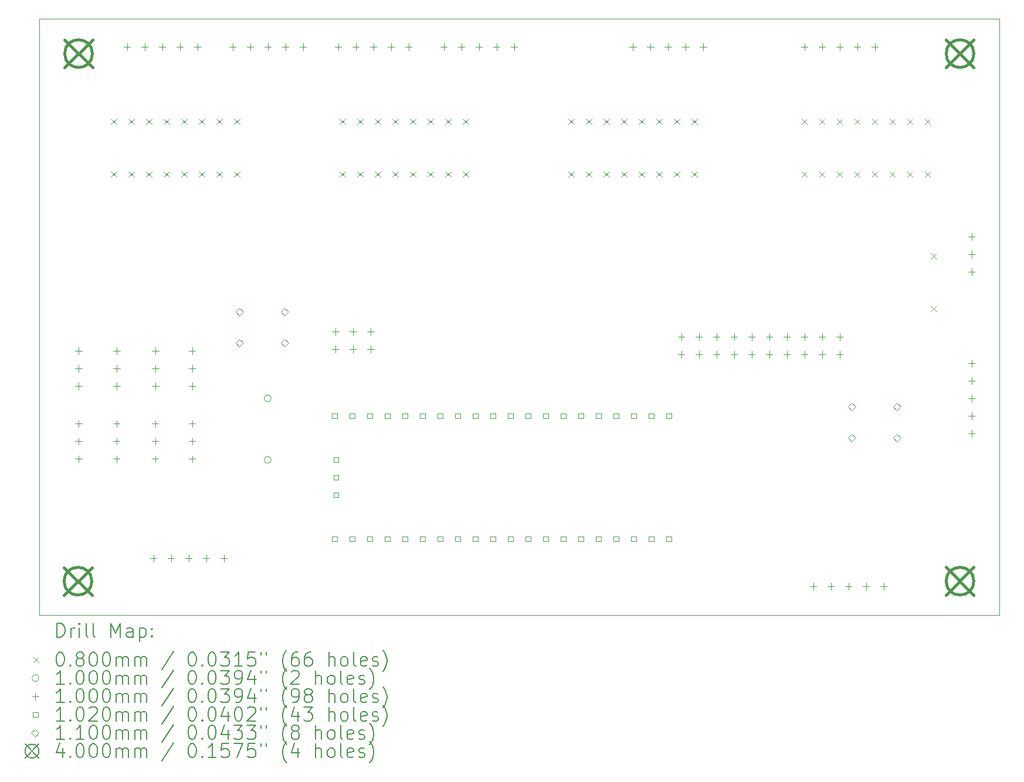
<source format=gbr>
%TF.GenerationSoftware,KiCad,Pcbnew,8.0.1*%
%TF.CreationDate,2024-04-12T11:27:52-03:00*%
%TF.ProjectId,PonchoRema,506f6e63-686f-4526-956d-612e6b696361,rev?*%
%TF.SameCoordinates,Original*%
%TF.FileFunction,Drillmap*%
%TF.FilePolarity,Positive*%
%FSLAX45Y45*%
G04 Gerber Fmt 4.5, Leading zero omitted, Abs format (unit mm)*
G04 Created by KiCad (PCBNEW 8.0.1) date 2024-04-12 11:27:52*
%MOMM*%
%LPD*%
G01*
G04 APERTURE LIST*
%ADD10C,0.100000*%
%ADD11C,0.200000*%
%ADD12C,0.102000*%
%ADD13C,0.110000*%
%ADD14C,0.400000*%
G04 APERTURE END LIST*
D10*
X4830000Y-13802000D02*
X18690000Y-13802000D01*
X4830000Y-5182300D02*
X4830000Y-13802000D01*
X4830164Y-5181956D02*
X18690164Y-5181956D01*
X18690000Y-5182000D02*
X18690000Y-13801700D01*
D11*
D10*
X5865500Y-6628500D02*
X5945500Y-6708500D01*
X5945500Y-6628500D02*
X5865500Y-6708500D01*
X5865500Y-7390500D02*
X5945500Y-7470500D01*
X5945500Y-7390500D02*
X5865500Y-7470500D01*
X6119500Y-6628500D02*
X6199500Y-6708500D01*
X6199500Y-6628500D02*
X6119500Y-6708500D01*
X6119500Y-7390500D02*
X6199500Y-7470500D01*
X6199500Y-7390500D02*
X6119500Y-7470500D01*
X6373500Y-6628500D02*
X6453500Y-6708500D01*
X6453500Y-6628500D02*
X6373500Y-6708500D01*
X6373500Y-7390500D02*
X6453500Y-7470500D01*
X6453500Y-7390500D02*
X6373500Y-7470500D01*
X6627500Y-6628500D02*
X6707500Y-6708500D01*
X6707500Y-6628500D02*
X6627500Y-6708500D01*
X6627500Y-7390500D02*
X6707500Y-7470500D01*
X6707500Y-7390500D02*
X6627500Y-7470500D01*
X6881500Y-6628500D02*
X6961500Y-6708500D01*
X6961500Y-6628500D02*
X6881500Y-6708500D01*
X6881500Y-7390500D02*
X6961500Y-7470500D01*
X6961500Y-7390500D02*
X6881500Y-7470500D01*
X7135500Y-6628500D02*
X7215500Y-6708500D01*
X7215500Y-6628500D02*
X7135500Y-6708500D01*
X7135500Y-7390500D02*
X7215500Y-7470500D01*
X7215500Y-7390500D02*
X7135500Y-7470500D01*
X7389500Y-6628500D02*
X7469500Y-6708500D01*
X7469500Y-6628500D02*
X7389500Y-6708500D01*
X7389500Y-7390500D02*
X7469500Y-7470500D01*
X7469500Y-7390500D02*
X7389500Y-7470500D01*
X7643500Y-6628500D02*
X7723500Y-6708500D01*
X7723500Y-6628500D02*
X7643500Y-6708500D01*
X7643500Y-7390500D02*
X7723500Y-7470500D01*
X7723500Y-7390500D02*
X7643500Y-7470500D01*
X9168500Y-6628500D02*
X9248500Y-6708500D01*
X9248500Y-6628500D02*
X9168500Y-6708500D01*
X9168500Y-7390500D02*
X9248500Y-7470500D01*
X9248500Y-7390500D02*
X9168500Y-7470500D01*
X9422500Y-6628500D02*
X9502500Y-6708500D01*
X9502500Y-6628500D02*
X9422500Y-6708500D01*
X9422500Y-7390500D02*
X9502500Y-7470500D01*
X9502500Y-7390500D02*
X9422500Y-7470500D01*
X9676500Y-6628500D02*
X9756500Y-6708500D01*
X9756500Y-6628500D02*
X9676500Y-6708500D01*
X9676500Y-7390500D02*
X9756500Y-7470500D01*
X9756500Y-7390500D02*
X9676500Y-7470500D01*
X9930500Y-6628500D02*
X10010500Y-6708500D01*
X10010500Y-6628500D02*
X9930500Y-6708500D01*
X9930500Y-7390500D02*
X10010500Y-7470500D01*
X10010500Y-7390500D02*
X9930500Y-7470500D01*
X10184500Y-6628500D02*
X10264500Y-6708500D01*
X10264500Y-6628500D02*
X10184500Y-6708500D01*
X10184500Y-7390500D02*
X10264500Y-7470500D01*
X10264500Y-7390500D02*
X10184500Y-7470500D01*
X10438500Y-6628500D02*
X10518500Y-6708500D01*
X10518500Y-6628500D02*
X10438500Y-6708500D01*
X10438500Y-7390500D02*
X10518500Y-7470500D01*
X10518500Y-7390500D02*
X10438500Y-7470500D01*
X10692500Y-6628500D02*
X10772500Y-6708500D01*
X10772500Y-6628500D02*
X10692500Y-6708500D01*
X10692500Y-7390500D02*
X10772500Y-7470500D01*
X10772500Y-7390500D02*
X10692500Y-7470500D01*
X10946500Y-6628500D02*
X11026500Y-6708500D01*
X11026500Y-6628500D02*
X10946500Y-6708500D01*
X10946500Y-7390500D02*
X11026500Y-7470500D01*
X11026500Y-7390500D02*
X10946500Y-7470500D01*
X12469500Y-6628500D02*
X12549500Y-6708500D01*
X12549500Y-6628500D02*
X12469500Y-6708500D01*
X12469500Y-7390500D02*
X12549500Y-7470500D01*
X12549500Y-7390500D02*
X12469500Y-7470500D01*
X12723500Y-6628500D02*
X12803500Y-6708500D01*
X12803500Y-6628500D02*
X12723500Y-6708500D01*
X12723500Y-7390500D02*
X12803500Y-7470500D01*
X12803500Y-7390500D02*
X12723500Y-7470500D01*
X12977500Y-6628500D02*
X13057500Y-6708500D01*
X13057500Y-6628500D02*
X12977500Y-6708500D01*
X12977500Y-7390500D02*
X13057500Y-7470500D01*
X13057500Y-7390500D02*
X12977500Y-7470500D01*
X13231500Y-6628500D02*
X13311500Y-6708500D01*
X13311500Y-6628500D02*
X13231500Y-6708500D01*
X13231500Y-7390500D02*
X13311500Y-7470500D01*
X13311500Y-7390500D02*
X13231500Y-7470500D01*
X13485500Y-6628500D02*
X13565500Y-6708500D01*
X13565500Y-6628500D02*
X13485500Y-6708500D01*
X13485500Y-7390500D02*
X13565500Y-7470500D01*
X13565500Y-7390500D02*
X13485500Y-7470500D01*
X13739500Y-6628500D02*
X13819500Y-6708500D01*
X13819500Y-6628500D02*
X13739500Y-6708500D01*
X13739500Y-7390500D02*
X13819500Y-7470500D01*
X13819500Y-7390500D02*
X13739500Y-7470500D01*
X13993500Y-6628500D02*
X14073500Y-6708500D01*
X14073500Y-6628500D02*
X13993500Y-6708500D01*
X13993500Y-7390500D02*
X14073500Y-7470500D01*
X14073500Y-7390500D02*
X13993500Y-7470500D01*
X14247500Y-6628500D02*
X14327500Y-6708500D01*
X14327500Y-6628500D02*
X14247500Y-6708500D01*
X14247500Y-7390500D02*
X14327500Y-7470500D01*
X14327500Y-7390500D02*
X14247500Y-7470500D01*
X15835000Y-6628500D02*
X15915000Y-6708500D01*
X15915000Y-6628500D02*
X15835000Y-6708500D01*
X15835000Y-7390500D02*
X15915000Y-7470500D01*
X15915000Y-7390500D02*
X15835000Y-7470500D01*
X16089000Y-6628500D02*
X16169000Y-6708500D01*
X16169000Y-6628500D02*
X16089000Y-6708500D01*
X16089000Y-7390500D02*
X16169000Y-7470500D01*
X16169000Y-7390500D02*
X16089000Y-7470500D01*
X16343000Y-6628500D02*
X16423000Y-6708500D01*
X16423000Y-6628500D02*
X16343000Y-6708500D01*
X16343000Y-7390500D02*
X16423000Y-7470500D01*
X16423000Y-7390500D02*
X16343000Y-7470500D01*
X16597000Y-6628500D02*
X16677000Y-6708500D01*
X16677000Y-6628500D02*
X16597000Y-6708500D01*
X16597000Y-7390500D02*
X16677000Y-7470500D01*
X16677000Y-7390500D02*
X16597000Y-7470500D01*
X16851000Y-6628500D02*
X16931000Y-6708500D01*
X16931000Y-6628500D02*
X16851000Y-6708500D01*
X16851000Y-7390500D02*
X16931000Y-7470500D01*
X16931000Y-7390500D02*
X16851000Y-7470500D01*
X17105000Y-6628500D02*
X17185000Y-6708500D01*
X17185000Y-6628500D02*
X17105000Y-6708500D01*
X17105000Y-7390500D02*
X17185000Y-7470500D01*
X17185000Y-7390500D02*
X17105000Y-7470500D01*
X17359000Y-6628500D02*
X17439000Y-6708500D01*
X17439000Y-6628500D02*
X17359000Y-6708500D01*
X17359000Y-7390500D02*
X17439000Y-7470500D01*
X17439000Y-7390500D02*
X17359000Y-7470500D01*
X17613000Y-6628500D02*
X17693000Y-6708500D01*
X17693000Y-6628500D02*
X17613000Y-6708500D01*
X17613000Y-7390500D02*
X17693000Y-7470500D01*
X17693000Y-7390500D02*
X17613000Y-7470500D01*
X17701900Y-8570600D02*
X17781900Y-8650600D01*
X17781900Y-8570600D02*
X17701900Y-8650600D01*
X17701900Y-9332600D02*
X17781900Y-9412600D01*
X17781900Y-9332600D02*
X17701900Y-9412600D01*
X8178000Y-10668000D02*
G75*
G02*
X8078000Y-10668000I-50000J0D01*
G01*
X8078000Y-10668000D02*
G75*
G02*
X8178000Y-10668000I50000J0D01*
G01*
X8178000Y-11557000D02*
G75*
G02*
X8078000Y-11557000I-50000J0D01*
G01*
X8078000Y-11557000D02*
G75*
G02*
X8178000Y-11557000I50000J0D01*
G01*
X5397500Y-10986300D02*
X5397500Y-11086300D01*
X5347500Y-11036300D02*
X5447500Y-11036300D01*
X5397500Y-11240300D02*
X5397500Y-11340300D01*
X5347500Y-11290300D02*
X5447500Y-11290300D01*
X5397500Y-11494300D02*
X5397500Y-11594300D01*
X5347500Y-11544300D02*
X5447500Y-11544300D01*
X5399167Y-9932200D02*
X5399167Y-10032200D01*
X5349167Y-9982200D02*
X5449167Y-9982200D01*
X5399167Y-10186200D02*
X5399167Y-10286200D01*
X5349167Y-10236200D02*
X5449167Y-10236200D01*
X5399167Y-10440200D02*
X5399167Y-10540200D01*
X5349167Y-10490200D02*
X5449167Y-10490200D01*
X5943600Y-10986300D02*
X5943600Y-11086300D01*
X5893600Y-11036300D02*
X5993600Y-11036300D01*
X5943600Y-11240300D02*
X5943600Y-11340300D01*
X5893600Y-11290300D02*
X5993600Y-11290300D01*
X5943600Y-11494300D02*
X5943600Y-11594300D01*
X5893600Y-11544300D02*
X5993600Y-11544300D01*
X5946100Y-9932200D02*
X5946100Y-10032200D01*
X5896100Y-9982200D02*
X5996100Y-9982200D01*
X5946100Y-10186200D02*
X5946100Y-10286200D01*
X5896100Y-10236200D02*
X5996100Y-10236200D01*
X5946100Y-10440200D02*
X5946100Y-10540200D01*
X5896100Y-10490200D02*
X5996100Y-10490200D01*
X6096000Y-5538000D02*
X6096000Y-5638000D01*
X6046000Y-5588000D02*
X6146000Y-5588000D01*
X6350000Y-5538000D02*
X6350000Y-5638000D01*
X6300000Y-5588000D02*
X6400000Y-5588000D01*
X6477000Y-12929400D02*
X6477000Y-13029400D01*
X6427000Y-12979400D02*
X6527000Y-12979400D01*
X6502400Y-10986300D02*
X6502400Y-11086300D01*
X6452400Y-11036300D02*
X6552400Y-11036300D01*
X6502400Y-11240300D02*
X6502400Y-11340300D01*
X6452400Y-11290300D02*
X6552400Y-11290300D01*
X6502400Y-11494300D02*
X6502400Y-11594300D01*
X6452400Y-11544300D02*
X6552400Y-11544300D01*
X6503233Y-9932200D02*
X6503233Y-10032200D01*
X6453233Y-9982200D02*
X6553233Y-9982200D01*
X6503233Y-10186200D02*
X6503233Y-10286200D01*
X6453233Y-10236200D02*
X6553233Y-10236200D01*
X6503233Y-10440200D02*
X6503233Y-10540200D01*
X6453233Y-10490200D02*
X6553233Y-10490200D01*
X6604000Y-5538000D02*
X6604000Y-5638000D01*
X6554000Y-5588000D02*
X6654000Y-5588000D01*
X6731000Y-12929400D02*
X6731000Y-13029400D01*
X6681000Y-12979400D02*
X6781000Y-12979400D01*
X6858000Y-5538000D02*
X6858000Y-5638000D01*
X6808000Y-5588000D02*
X6908000Y-5588000D01*
X6985000Y-12929400D02*
X6985000Y-13029400D01*
X6935000Y-12979400D02*
X7035000Y-12979400D01*
X7035800Y-9932200D02*
X7035800Y-10032200D01*
X6985800Y-9982200D02*
X7085800Y-9982200D01*
X7035800Y-10186200D02*
X7035800Y-10286200D01*
X6985800Y-10236200D02*
X7085800Y-10236200D01*
X7035800Y-10440200D02*
X7035800Y-10540200D01*
X6985800Y-10490200D02*
X7085800Y-10490200D01*
X7035800Y-10986300D02*
X7035800Y-11086300D01*
X6985800Y-11036300D02*
X7085800Y-11036300D01*
X7035800Y-11240300D02*
X7035800Y-11340300D01*
X6985800Y-11290300D02*
X7085800Y-11290300D01*
X7035800Y-11494300D02*
X7035800Y-11594300D01*
X6985800Y-11544300D02*
X7085800Y-11544300D01*
X7112000Y-5538000D02*
X7112000Y-5638000D01*
X7062000Y-5588000D02*
X7162000Y-5588000D01*
X7239000Y-12929400D02*
X7239000Y-13029400D01*
X7189000Y-12979400D02*
X7289000Y-12979400D01*
X7493000Y-12929400D02*
X7493000Y-13029400D01*
X7443000Y-12979400D02*
X7543000Y-12979400D01*
X7620000Y-5538000D02*
X7620000Y-5638000D01*
X7570000Y-5588000D02*
X7670000Y-5588000D01*
X7874000Y-5538000D02*
X7874000Y-5638000D01*
X7824000Y-5588000D02*
X7924000Y-5588000D01*
X8128000Y-5538000D02*
X8128000Y-5638000D01*
X8078000Y-5588000D02*
X8178000Y-5588000D01*
X8382000Y-5538000D02*
X8382000Y-5638000D01*
X8332000Y-5588000D02*
X8432000Y-5588000D01*
X8636000Y-5538000D02*
X8636000Y-5638000D01*
X8586000Y-5588000D02*
X8686000Y-5588000D01*
X9102537Y-9653691D02*
X9102537Y-9753691D01*
X9052537Y-9703691D02*
X9152537Y-9703691D01*
X9102537Y-9907691D02*
X9102537Y-10007691D01*
X9052537Y-9957691D02*
X9152537Y-9957691D01*
X9144000Y-5537500D02*
X9144000Y-5637500D01*
X9094000Y-5587500D02*
X9194000Y-5587500D01*
X9356537Y-9653691D02*
X9356537Y-9753691D01*
X9306537Y-9703691D02*
X9406537Y-9703691D01*
X9356537Y-9907691D02*
X9356537Y-10007691D01*
X9306537Y-9957691D02*
X9406537Y-9957691D01*
X9398000Y-5537500D02*
X9398000Y-5637500D01*
X9348000Y-5587500D02*
X9448000Y-5587500D01*
X9610537Y-9653691D02*
X9610537Y-9753691D01*
X9560537Y-9703691D02*
X9660537Y-9703691D01*
X9610537Y-9907691D02*
X9610537Y-10007691D01*
X9560537Y-9957691D02*
X9660537Y-9957691D01*
X9652000Y-5537500D02*
X9652000Y-5637500D01*
X9602000Y-5587500D02*
X9702000Y-5587500D01*
X9906000Y-5537500D02*
X9906000Y-5637500D01*
X9856000Y-5587500D02*
X9956000Y-5587500D01*
X10160000Y-5537500D02*
X10160000Y-5637500D01*
X10110000Y-5587500D02*
X10210000Y-5587500D01*
X10668000Y-5537500D02*
X10668000Y-5637500D01*
X10618000Y-5587500D02*
X10718000Y-5587500D01*
X10922000Y-5537500D02*
X10922000Y-5637500D01*
X10872000Y-5587500D02*
X10972000Y-5587500D01*
X11176000Y-5537500D02*
X11176000Y-5637500D01*
X11126000Y-5587500D02*
X11226000Y-5587500D01*
X11430000Y-5537500D02*
X11430000Y-5637500D01*
X11380000Y-5587500D02*
X11480000Y-5587500D01*
X11684000Y-5537500D02*
X11684000Y-5637500D01*
X11634000Y-5587500D02*
X11734000Y-5587500D01*
X13398000Y-5538500D02*
X13398000Y-5638500D01*
X13348000Y-5588500D02*
X13448000Y-5588500D01*
X13652000Y-5538500D02*
X13652000Y-5638500D01*
X13602000Y-5588500D02*
X13702000Y-5588500D01*
X13906000Y-5538500D02*
X13906000Y-5638500D01*
X13856000Y-5588500D02*
X13956000Y-5588500D01*
X14097000Y-9729000D02*
X14097000Y-9829000D01*
X14047000Y-9779000D02*
X14147000Y-9779000D01*
X14097000Y-9983000D02*
X14097000Y-10083000D01*
X14047000Y-10033000D02*
X14147000Y-10033000D01*
X14160000Y-5538500D02*
X14160000Y-5638500D01*
X14110000Y-5588500D02*
X14210000Y-5588500D01*
X14351000Y-9729000D02*
X14351000Y-9829000D01*
X14301000Y-9779000D02*
X14401000Y-9779000D01*
X14351000Y-9983000D02*
X14351000Y-10083000D01*
X14301000Y-10033000D02*
X14401000Y-10033000D01*
X14414000Y-5538500D02*
X14414000Y-5638500D01*
X14364000Y-5588500D02*
X14464000Y-5588500D01*
X14605000Y-9729000D02*
X14605000Y-9829000D01*
X14555000Y-9779000D02*
X14655000Y-9779000D01*
X14605000Y-9983000D02*
X14605000Y-10083000D01*
X14555000Y-10033000D02*
X14655000Y-10033000D01*
X14859000Y-9729000D02*
X14859000Y-9829000D01*
X14809000Y-9779000D02*
X14909000Y-9779000D01*
X14859000Y-9983000D02*
X14859000Y-10083000D01*
X14809000Y-10033000D02*
X14909000Y-10033000D01*
X15113000Y-9729000D02*
X15113000Y-9829000D01*
X15063000Y-9779000D02*
X15163000Y-9779000D01*
X15113000Y-9983000D02*
X15113000Y-10083000D01*
X15063000Y-10033000D02*
X15163000Y-10033000D01*
X15367000Y-9729000D02*
X15367000Y-9829000D01*
X15317000Y-9779000D02*
X15417000Y-9779000D01*
X15367000Y-9983000D02*
X15367000Y-10083000D01*
X15317000Y-10033000D02*
X15417000Y-10033000D01*
X15621000Y-9729000D02*
X15621000Y-9829000D01*
X15571000Y-9779000D02*
X15671000Y-9779000D01*
X15621000Y-9983000D02*
X15621000Y-10083000D01*
X15571000Y-10033000D02*
X15671000Y-10033000D01*
X15875000Y-5538500D02*
X15875000Y-5638500D01*
X15825000Y-5588500D02*
X15925000Y-5588500D01*
X15875000Y-9729000D02*
X15875000Y-9829000D01*
X15825000Y-9779000D02*
X15925000Y-9779000D01*
X15875000Y-9983000D02*
X15875000Y-10083000D01*
X15825000Y-10033000D02*
X15925000Y-10033000D01*
X16002000Y-13335800D02*
X16002000Y-13435800D01*
X15952000Y-13385800D02*
X16052000Y-13385800D01*
X16129000Y-5538500D02*
X16129000Y-5638500D01*
X16079000Y-5588500D02*
X16179000Y-5588500D01*
X16129000Y-9729000D02*
X16129000Y-9829000D01*
X16079000Y-9779000D02*
X16179000Y-9779000D01*
X16129000Y-9983000D02*
X16129000Y-10083000D01*
X16079000Y-10033000D02*
X16179000Y-10033000D01*
X16256000Y-13335800D02*
X16256000Y-13435800D01*
X16206000Y-13385800D02*
X16306000Y-13385800D01*
X16383000Y-5538500D02*
X16383000Y-5638500D01*
X16333000Y-5588500D02*
X16433000Y-5588500D01*
X16383000Y-9729000D02*
X16383000Y-9829000D01*
X16333000Y-9779000D02*
X16433000Y-9779000D01*
X16383000Y-9983000D02*
X16383000Y-10083000D01*
X16333000Y-10033000D02*
X16433000Y-10033000D01*
X16510000Y-13335800D02*
X16510000Y-13435800D01*
X16460000Y-13385800D02*
X16560000Y-13385800D01*
X16637000Y-5538500D02*
X16637000Y-5638500D01*
X16587000Y-5588500D02*
X16687000Y-5588500D01*
X16764000Y-13335800D02*
X16764000Y-13435800D01*
X16714000Y-13385800D02*
X16814000Y-13385800D01*
X16891000Y-5538500D02*
X16891000Y-5638500D01*
X16841000Y-5588500D02*
X16941000Y-5588500D01*
X17018000Y-13335800D02*
X17018000Y-13435800D01*
X16968000Y-13385800D02*
X17068000Y-13385800D01*
X18288000Y-8281200D02*
X18288000Y-8381200D01*
X18238000Y-8331200D02*
X18338000Y-8331200D01*
X18288000Y-8535200D02*
X18288000Y-8635200D01*
X18238000Y-8585200D02*
X18338000Y-8585200D01*
X18288000Y-8789200D02*
X18288000Y-8889200D01*
X18238000Y-8839200D02*
X18338000Y-8839200D01*
X18288000Y-10110000D02*
X18288000Y-10210000D01*
X18238000Y-10160000D02*
X18338000Y-10160000D01*
X18288000Y-10364000D02*
X18288000Y-10464000D01*
X18238000Y-10414000D02*
X18338000Y-10414000D01*
X18288000Y-10618000D02*
X18288000Y-10718000D01*
X18238000Y-10668000D02*
X18338000Y-10668000D01*
X18288000Y-10872000D02*
X18288000Y-10972000D01*
X18238000Y-10922000D02*
X18338000Y-10922000D01*
X18288000Y-11126000D02*
X18288000Y-11226000D01*
X18238000Y-11176000D02*
X18338000Y-11176000D01*
D12*
X9129263Y-10958063D02*
X9129263Y-10885937D01*
X9057137Y-10885937D01*
X9057137Y-10958063D01*
X9129263Y-10958063D01*
X9129263Y-12736063D02*
X9129263Y-12663937D01*
X9057137Y-12663937D01*
X9057137Y-12736063D01*
X9129263Y-12736063D01*
X9152263Y-11593063D02*
X9152263Y-11520937D01*
X9080137Y-11520937D01*
X9080137Y-11593063D01*
X9152263Y-11593063D01*
X9152263Y-11847063D02*
X9152263Y-11774937D01*
X9080137Y-11774937D01*
X9080137Y-11847063D01*
X9152263Y-11847063D01*
X9152263Y-12101063D02*
X9152263Y-12028937D01*
X9080137Y-12028937D01*
X9080137Y-12101063D01*
X9152263Y-12101063D01*
X9383263Y-10958063D02*
X9383263Y-10885937D01*
X9311137Y-10885937D01*
X9311137Y-10958063D01*
X9383263Y-10958063D01*
X9383263Y-12736063D02*
X9383263Y-12663937D01*
X9311137Y-12663937D01*
X9311137Y-12736063D01*
X9383263Y-12736063D01*
X9637263Y-10958063D02*
X9637263Y-10885937D01*
X9565137Y-10885937D01*
X9565137Y-10958063D01*
X9637263Y-10958063D01*
X9637263Y-12736063D02*
X9637263Y-12663937D01*
X9565137Y-12663937D01*
X9565137Y-12736063D01*
X9637263Y-12736063D01*
X9891263Y-10958063D02*
X9891263Y-10885937D01*
X9819137Y-10885937D01*
X9819137Y-10958063D01*
X9891263Y-10958063D01*
X9891263Y-12736063D02*
X9891263Y-12663937D01*
X9819137Y-12663937D01*
X9819137Y-12736063D01*
X9891263Y-12736063D01*
X10145263Y-10958063D02*
X10145263Y-10885937D01*
X10073137Y-10885937D01*
X10073137Y-10958063D01*
X10145263Y-10958063D01*
X10145263Y-12736063D02*
X10145263Y-12663937D01*
X10073137Y-12663937D01*
X10073137Y-12736063D01*
X10145263Y-12736063D01*
X10399263Y-10958063D02*
X10399263Y-10885937D01*
X10327137Y-10885937D01*
X10327137Y-10958063D01*
X10399263Y-10958063D01*
X10399263Y-12736063D02*
X10399263Y-12663937D01*
X10327137Y-12663937D01*
X10327137Y-12736063D01*
X10399263Y-12736063D01*
X10653263Y-10958063D02*
X10653263Y-10885937D01*
X10581137Y-10885937D01*
X10581137Y-10958063D01*
X10653263Y-10958063D01*
X10653263Y-12736063D02*
X10653263Y-12663937D01*
X10581137Y-12663937D01*
X10581137Y-12736063D01*
X10653263Y-12736063D01*
X10907263Y-10958063D02*
X10907263Y-10885937D01*
X10835137Y-10885937D01*
X10835137Y-10958063D01*
X10907263Y-10958063D01*
X10907263Y-12736063D02*
X10907263Y-12663937D01*
X10835137Y-12663937D01*
X10835137Y-12736063D01*
X10907263Y-12736063D01*
X11161263Y-10958063D02*
X11161263Y-10885937D01*
X11089137Y-10885937D01*
X11089137Y-10958063D01*
X11161263Y-10958063D01*
X11161263Y-12736063D02*
X11161263Y-12663937D01*
X11089137Y-12663937D01*
X11089137Y-12736063D01*
X11161263Y-12736063D01*
X11415263Y-10958063D02*
X11415263Y-10885937D01*
X11343137Y-10885937D01*
X11343137Y-10958063D01*
X11415263Y-10958063D01*
X11415263Y-12736063D02*
X11415263Y-12663937D01*
X11343137Y-12663937D01*
X11343137Y-12736063D01*
X11415263Y-12736063D01*
X11669263Y-10958063D02*
X11669263Y-10885937D01*
X11597137Y-10885937D01*
X11597137Y-10958063D01*
X11669263Y-10958063D01*
X11669263Y-12736063D02*
X11669263Y-12663937D01*
X11597137Y-12663937D01*
X11597137Y-12736063D01*
X11669263Y-12736063D01*
X11923263Y-10958063D02*
X11923263Y-10885937D01*
X11851137Y-10885937D01*
X11851137Y-10958063D01*
X11923263Y-10958063D01*
X11923263Y-12736063D02*
X11923263Y-12663937D01*
X11851137Y-12663937D01*
X11851137Y-12736063D01*
X11923263Y-12736063D01*
X12177263Y-10958063D02*
X12177263Y-10885937D01*
X12105137Y-10885937D01*
X12105137Y-10958063D01*
X12177263Y-10958063D01*
X12177263Y-12736063D02*
X12177263Y-12663937D01*
X12105137Y-12663937D01*
X12105137Y-12736063D01*
X12177263Y-12736063D01*
X12431263Y-10958063D02*
X12431263Y-10885937D01*
X12359137Y-10885937D01*
X12359137Y-10958063D01*
X12431263Y-10958063D01*
X12431263Y-12736063D02*
X12431263Y-12663937D01*
X12359137Y-12663937D01*
X12359137Y-12736063D01*
X12431263Y-12736063D01*
X12685263Y-10958063D02*
X12685263Y-10885937D01*
X12613137Y-10885937D01*
X12613137Y-10958063D01*
X12685263Y-10958063D01*
X12685263Y-12736063D02*
X12685263Y-12663937D01*
X12613137Y-12663937D01*
X12613137Y-12736063D01*
X12685263Y-12736063D01*
X12939263Y-10958063D02*
X12939263Y-10885937D01*
X12867137Y-10885937D01*
X12867137Y-10958063D01*
X12939263Y-10958063D01*
X12939263Y-12736063D02*
X12939263Y-12663937D01*
X12867137Y-12663937D01*
X12867137Y-12736063D01*
X12939263Y-12736063D01*
X13193263Y-10958063D02*
X13193263Y-10885937D01*
X13121137Y-10885937D01*
X13121137Y-10958063D01*
X13193263Y-10958063D01*
X13193263Y-12736063D02*
X13193263Y-12663937D01*
X13121137Y-12663937D01*
X13121137Y-12736063D01*
X13193263Y-12736063D01*
X13447263Y-10958063D02*
X13447263Y-10885937D01*
X13375137Y-10885937D01*
X13375137Y-10958063D01*
X13447263Y-10958063D01*
X13447263Y-12736063D02*
X13447263Y-12663937D01*
X13375137Y-12663937D01*
X13375137Y-12736063D01*
X13447263Y-12736063D01*
X13701263Y-10958063D02*
X13701263Y-10885937D01*
X13629137Y-10885937D01*
X13629137Y-10958063D01*
X13701263Y-10958063D01*
X13701263Y-12736063D02*
X13701263Y-12663937D01*
X13629137Y-12663937D01*
X13629137Y-12736063D01*
X13701263Y-12736063D01*
X13955263Y-10958063D02*
X13955263Y-10885937D01*
X13883137Y-10885937D01*
X13883137Y-10958063D01*
X13955263Y-10958063D01*
X13955263Y-12736063D02*
X13955263Y-12663937D01*
X13883137Y-12663937D01*
X13883137Y-12736063D01*
X13955263Y-12736063D01*
D13*
X7719300Y-9472900D02*
X7774300Y-9417900D01*
X7719300Y-9362900D01*
X7664300Y-9417900D01*
X7719300Y-9472900D01*
X7719300Y-9922900D02*
X7774300Y-9867900D01*
X7719300Y-9812900D01*
X7664300Y-9867900D01*
X7719300Y-9922900D01*
X8369300Y-9472900D02*
X8424300Y-9417900D01*
X8369300Y-9362900D01*
X8314300Y-9417900D01*
X8369300Y-9472900D01*
X8369300Y-9922900D02*
X8424300Y-9867900D01*
X8369300Y-9812900D01*
X8314300Y-9867900D01*
X8369300Y-9922900D01*
X16558500Y-10844500D02*
X16613500Y-10789500D01*
X16558500Y-10734500D01*
X16503500Y-10789500D01*
X16558500Y-10844500D01*
X16558500Y-11294500D02*
X16613500Y-11239500D01*
X16558500Y-11184500D01*
X16503500Y-11239500D01*
X16558500Y-11294500D01*
X17208500Y-10844500D02*
X17263500Y-10789500D01*
X17208500Y-10734500D01*
X17153500Y-10789500D01*
X17208500Y-10844500D01*
X17208500Y-11294500D02*
X17263500Y-11239500D01*
X17208500Y-11184500D01*
X17153500Y-11239500D01*
X17208500Y-11294500D01*
D14*
X5188000Y-13111000D02*
X5588000Y-13511000D01*
X5588000Y-13111000D02*
X5188000Y-13511000D01*
X5588000Y-13311000D02*
G75*
G02*
X5188000Y-13311000I-200000J0D01*
G01*
X5188000Y-13311000D02*
G75*
G02*
X5588000Y-13311000I200000J0D01*
G01*
X5196550Y-5485650D02*
X5596550Y-5885650D01*
X5596550Y-5485650D02*
X5196550Y-5885650D01*
X5596550Y-5685650D02*
G75*
G02*
X5196550Y-5685650I-200000J0D01*
G01*
X5196550Y-5685650D02*
G75*
G02*
X5596550Y-5685650I200000J0D01*
G01*
X17921550Y-5485650D02*
X18321550Y-5885650D01*
X18321550Y-5485650D02*
X17921550Y-5885650D01*
X18321550Y-5685650D02*
G75*
G02*
X17921550Y-5685650I-200000J0D01*
G01*
X17921550Y-5685650D02*
G75*
G02*
X18321550Y-5685650I200000J0D01*
G01*
X17921550Y-13110650D02*
X18321550Y-13510650D01*
X18321550Y-13110650D02*
X17921550Y-13510650D01*
X18321550Y-13310650D02*
G75*
G02*
X17921550Y-13310650I-200000J0D01*
G01*
X17921550Y-13310650D02*
G75*
G02*
X18321550Y-13310650I200000J0D01*
G01*
D11*
X5085777Y-14118484D02*
X5085777Y-13918484D01*
X5085777Y-13918484D02*
X5133396Y-13918484D01*
X5133396Y-13918484D02*
X5161967Y-13928008D01*
X5161967Y-13928008D02*
X5181015Y-13947055D01*
X5181015Y-13947055D02*
X5190539Y-13966103D01*
X5190539Y-13966103D02*
X5200063Y-14004198D01*
X5200063Y-14004198D02*
X5200063Y-14032769D01*
X5200063Y-14032769D02*
X5190539Y-14070865D01*
X5190539Y-14070865D02*
X5181015Y-14089912D01*
X5181015Y-14089912D02*
X5161967Y-14108960D01*
X5161967Y-14108960D02*
X5133396Y-14118484D01*
X5133396Y-14118484D02*
X5085777Y-14118484D01*
X5285777Y-14118484D02*
X5285777Y-13985150D01*
X5285777Y-14023246D02*
X5295301Y-14004198D01*
X5295301Y-14004198D02*
X5304824Y-13994674D01*
X5304824Y-13994674D02*
X5323872Y-13985150D01*
X5323872Y-13985150D02*
X5342920Y-13985150D01*
X5409586Y-14118484D02*
X5409586Y-13985150D01*
X5409586Y-13918484D02*
X5400063Y-13928008D01*
X5400063Y-13928008D02*
X5409586Y-13937531D01*
X5409586Y-13937531D02*
X5419110Y-13928008D01*
X5419110Y-13928008D02*
X5409586Y-13918484D01*
X5409586Y-13918484D02*
X5409586Y-13937531D01*
X5533396Y-14118484D02*
X5514348Y-14108960D01*
X5514348Y-14108960D02*
X5504824Y-14089912D01*
X5504824Y-14089912D02*
X5504824Y-13918484D01*
X5638158Y-14118484D02*
X5619110Y-14108960D01*
X5619110Y-14108960D02*
X5609586Y-14089912D01*
X5609586Y-14089912D02*
X5609586Y-13918484D01*
X5866729Y-14118484D02*
X5866729Y-13918484D01*
X5866729Y-13918484D02*
X5933396Y-14061341D01*
X5933396Y-14061341D02*
X6000062Y-13918484D01*
X6000062Y-13918484D02*
X6000062Y-14118484D01*
X6181015Y-14118484D02*
X6181015Y-14013722D01*
X6181015Y-14013722D02*
X6171491Y-13994674D01*
X6171491Y-13994674D02*
X6152443Y-13985150D01*
X6152443Y-13985150D02*
X6114348Y-13985150D01*
X6114348Y-13985150D02*
X6095301Y-13994674D01*
X6181015Y-14108960D02*
X6161967Y-14118484D01*
X6161967Y-14118484D02*
X6114348Y-14118484D01*
X6114348Y-14118484D02*
X6095301Y-14108960D01*
X6095301Y-14108960D02*
X6085777Y-14089912D01*
X6085777Y-14089912D02*
X6085777Y-14070865D01*
X6085777Y-14070865D02*
X6095301Y-14051817D01*
X6095301Y-14051817D02*
X6114348Y-14042293D01*
X6114348Y-14042293D02*
X6161967Y-14042293D01*
X6161967Y-14042293D02*
X6181015Y-14032769D01*
X6276253Y-13985150D02*
X6276253Y-14185150D01*
X6276253Y-13994674D02*
X6295301Y-13985150D01*
X6295301Y-13985150D02*
X6333396Y-13985150D01*
X6333396Y-13985150D02*
X6352443Y-13994674D01*
X6352443Y-13994674D02*
X6361967Y-14004198D01*
X6361967Y-14004198D02*
X6371491Y-14023246D01*
X6371491Y-14023246D02*
X6371491Y-14080388D01*
X6371491Y-14080388D02*
X6361967Y-14099436D01*
X6361967Y-14099436D02*
X6352443Y-14108960D01*
X6352443Y-14108960D02*
X6333396Y-14118484D01*
X6333396Y-14118484D02*
X6295301Y-14118484D01*
X6295301Y-14118484D02*
X6276253Y-14108960D01*
X6457205Y-14099436D02*
X6466729Y-14108960D01*
X6466729Y-14108960D02*
X6457205Y-14118484D01*
X6457205Y-14118484D02*
X6447682Y-14108960D01*
X6447682Y-14108960D02*
X6457205Y-14099436D01*
X6457205Y-14099436D02*
X6457205Y-14118484D01*
X6457205Y-13994674D02*
X6466729Y-14004198D01*
X6466729Y-14004198D02*
X6457205Y-14013722D01*
X6457205Y-14013722D02*
X6447682Y-14004198D01*
X6447682Y-14004198D02*
X6457205Y-13994674D01*
X6457205Y-13994674D02*
X6457205Y-14013722D01*
D10*
X4745000Y-14407000D02*
X4825000Y-14487000D01*
X4825000Y-14407000D02*
X4745000Y-14487000D01*
D11*
X5123872Y-14338484D02*
X5142920Y-14338484D01*
X5142920Y-14338484D02*
X5161967Y-14348008D01*
X5161967Y-14348008D02*
X5171491Y-14357531D01*
X5171491Y-14357531D02*
X5181015Y-14376579D01*
X5181015Y-14376579D02*
X5190539Y-14414674D01*
X5190539Y-14414674D02*
X5190539Y-14462293D01*
X5190539Y-14462293D02*
X5181015Y-14500388D01*
X5181015Y-14500388D02*
X5171491Y-14519436D01*
X5171491Y-14519436D02*
X5161967Y-14528960D01*
X5161967Y-14528960D02*
X5142920Y-14538484D01*
X5142920Y-14538484D02*
X5123872Y-14538484D01*
X5123872Y-14538484D02*
X5104824Y-14528960D01*
X5104824Y-14528960D02*
X5095301Y-14519436D01*
X5095301Y-14519436D02*
X5085777Y-14500388D01*
X5085777Y-14500388D02*
X5076253Y-14462293D01*
X5076253Y-14462293D02*
X5076253Y-14414674D01*
X5076253Y-14414674D02*
X5085777Y-14376579D01*
X5085777Y-14376579D02*
X5095301Y-14357531D01*
X5095301Y-14357531D02*
X5104824Y-14348008D01*
X5104824Y-14348008D02*
X5123872Y-14338484D01*
X5276253Y-14519436D02*
X5285777Y-14528960D01*
X5285777Y-14528960D02*
X5276253Y-14538484D01*
X5276253Y-14538484D02*
X5266729Y-14528960D01*
X5266729Y-14528960D02*
X5276253Y-14519436D01*
X5276253Y-14519436D02*
X5276253Y-14538484D01*
X5400063Y-14424198D02*
X5381015Y-14414674D01*
X5381015Y-14414674D02*
X5371491Y-14405150D01*
X5371491Y-14405150D02*
X5361967Y-14386103D01*
X5361967Y-14386103D02*
X5361967Y-14376579D01*
X5361967Y-14376579D02*
X5371491Y-14357531D01*
X5371491Y-14357531D02*
X5381015Y-14348008D01*
X5381015Y-14348008D02*
X5400063Y-14338484D01*
X5400063Y-14338484D02*
X5438158Y-14338484D01*
X5438158Y-14338484D02*
X5457205Y-14348008D01*
X5457205Y-14348008D02*
X5466729Y-14357531D01*
X5466729Y-14357531D02*
X5476253Y-14376579D01*
X5476253Y-14376579D02*
X5476253Y-14386103D01*
X5476253Y-14386103D02*
X5466729Y-14405150D01*
X5466729Y-14405150D02*
X5457205Y-14414674D01*
X5457205Y-14414674D02*
X5438158Y-14424198D01*
X5438158Y-14424198D02*
X5400063Y-14424198D01*
X5400063Y-14424198D02*
X5381015Y-14433722D01*
X5381015Y-14433722D02*
X5371491Y-14443246D01*
X5371491Y-14443246D02*
X5361967Y-14462293D01*
X5361967Y-14462293D02*
X5361967Y-14500388D01*
X5361967Y-14500388D02*
X5371491Y-14519436D01*
X5371491Y-14519436D02*
X5381015Y-14528960D01*
X5381015Y-14528960D02*
X5400063Y-14538484D01*
X5400063Y-14538484D02*
X5438158Y-14538484D01*
X5438158Y-14538484D02*
X5457205Y-14528960D01*
X5457205Y-14528960D02*
X5466729Y-14519436D01*
X5466729Y-14519436D02*
X5476253Y-14500388D01*
X5476253Y-14500388D02*
X5476253Y-14462293D01*
X5476253Y-14462293D02*
X5466729Y-14443246D01*
X5466729Y-14443246D02*
X5457205Y-14433722D01*
X5457205Y-14433722D02*
X5438158Y-14424198D01*
X5600062Y-14338484D02*
X5619110Y-14338484D01*
X5619110Y-14338484D02*
X5638158Y-14348008D01*
X5638158Y-14348008D02*
X5647682Y-14357531D01*
X5647682Y-14357531D02*
X5657205Y-14376579D01*
X5657205Y-14376579D02*
X5666729Y-14414674D01*
X5666729Y-14414674D02*
X5666729Y-14462293D01*
X5666729Y-14462293D02*
X5657205Y-14500388D01*
X5657205Y-14500388D02*
X5647682Y-14519436D01*
X5647682Y-14519436D02*
X5638158Y-14528960D01*
X5638158Y-14528960D02*
X5619110Y-14538484D01*
X5619110Y-14538484D02*
X5600062Y-14538484D01*
X5600062Y-14538484D02*
X5581015Y-14528960D01*
X5581015Y-14528960D02*
X5571491Y-14519436D01*
X5571491Y-14519436D02*
X5561967Y-14500388D01*
X5561967Y-14500388D02*
X5552444Y-14462293D01*
X5552444Y-14462293D02*
X5552444Y-14414674D01*
X5552444Y-14414674D02*
X5561967Y-14376579D01*
X5561967Y-14376579D02*
X5571491Y-14357531D01*
X5571491Y-14357531D02*
X5581015Y-14348008D01*
X5581015Y-14348008D02*
X5600062Y-14338484D01*
X5790539Y-14338484D02*
X5809586Y-14338484D01*
X5809586Y-14338484D02*
X5828634Y-14348008D01*
X5828634Y-14348008D02*
X5838158Y-14357531D01*
X5838158Y-14357531D02*
X5847682Y-14376579D01*
X5847682Y-14376579D02*
X5857205Y-14414674D01*
X5857205Y-14414674D02*
X5857205Y-14462293D01*
X5857205Y-14462293D02*
X5847682Y-14500388D01*
X5847682Y-14500388D02*
X5838158Y-14519436D01*
X5838158Y-14519436D02*
X5828634Y-14528960D01*
X5828634Y-14528960D02*
X5809586Y-14538484D01*
X5809586Y-14538484D02*
X5790539Y-14538484D01*
X5790539Y-14538484D02*
X5771491Y-14528960D01*
X5771491Y-14528960D02*
X5761967Y-14519436D01*
X5761967Y-14519436D02*
X5752443Y-14500388D01*
X5752443Y-14500388D02*
X5742920Y-14462293D01*
X5742920Y-14462293D02*
X5742920Y-14414674D01*
X5742920Y-14414674D02*
X5752443Y-14376579D01*
X5752443Y-14376579D02*
X5761967Y-14357531D01*
X5761967Y-14357531D02*
X5771491Y-14348008D01*
X5771491Y-14348008D02*
X5790539Y-14338484D01*
X5942920Y-14538484D02*
X5942920Y-14405150D01*
X5942920Y-14424198D02*
X5952443Y-14414674D01*
X5952443Y-14414674D02*
X5971491Y-14405150D01*
X5971491Y-14405150D02*
X6000063Y-14405150D01*
X6000063Y-14405150D02*
X6019110Y-14414674D01*
X6019110Y-14414674D02*
X6028634Y-14433722D01*
X6028634Y-14433722D02*
X6028634Y-14538484D01*
X6028634Y-14433722D02*
X6038158Y-14414674D01*
X6038158Y-14414674D02*
X6057205Y-14405150D01*
X6057205Y-14405150D02*
X6085777Y-14405150D01*
X6085777Y-14405150D02*
X6104824Y-14414674D01*
X6104824Y-14414674D02*
X6114348Y-14433722D01*
X6114348Y-14433722D02*
X6114348Y-14538484D01*
X6209586Y-14538484D02*
X6209586Y-14405150D01*
X6209586Y-14424198D02*
X6219110Y-14414674D01*
X6219110Y-14414674D02*
X6238158Y-14405150D01*
X6238158Y-14405150D02*
X6266729Y-14405150D01*
X6266729Y-14405150D02*
X6285777Y-14414674D01*
X6285777Y-14414674D02*
X6295301Y-14433722D01*
X6295301Y-14433722D02*
X6295301Y-14538484D01*
X6295301Y-14433722D02*
X6304824Y-14414674D01*
X6304824Y-14414674D02*
X6323872Y-14405150D01*
X6323872Y-14405150D02*
X6352443Y-14405150D01*
X6352443Y-14405150D02*
X6371491Y-14414674D01*
X6371491Y-14414674D02*
X6381015Y-14433722D01*
X6381015Y-14433722D02*
X6381015Y-14538484D01*
X6771491Y-14328960D02*
X6600063Y-14586103D01*
X7028634Y-14338484D02*
X7047682Y-14338484D01*
X7047682Y-14338484D02*
X7066729Y-14348008D01*
X7066729Y-14348008D02*
X7076253Y-14357531D01*
X7076253Y-14357531D02*
X7085777Y-14376579D01*
X7085777Y-14376579D02*
X7095301Y-14414674D01*
X7095301Y-14414674D02*
X7095301Y-14462293D01*
X7095301Y-14462293D02*
X7085777Y-14500388D01*
X7085777Y-14500388D02*
X7076253Y-14519436D01*
X7076253Y-14519436D02*
X7066729Y-14528960D01*
X7066729Y-14528960D02*
X7047682Y-14538484D01*
X7047682Y-14538484D02*
X7028634Y-14538484D01*
X7028634Y-14538484D02*
X7009586Y-14528960D01*
X7009586Y-14528960D02*
X7000063Y-14519436D01*
X7000063Y-14519436D02*
X6990539Y-14500388D01*
X6990539Y-14500388D02*
X6981015Y-14462293D01*
X6981015Y-14462293D02*
X6981015Y-14414674D01*
X6981015Y-14414674D02*
X6990539Y-14376579D01*
X6990539Y-14376579D02*
X7000063Y-14357531D01*
X7000063Y-14357531D02*
X7009586Y-14348008D01*
X7009586Y-14348008D02*
X7028634Y-14338484D01*
X7181015Y-14519436D02*
X7190539Y-14528960D01*
X7190539Y-14528960D02*
X7181015Y-14538484D01*
X7181015Y-14538484D02*
X7171491Y-14528960D01*
X7171491Y-14528960D02*
X7181015Y-14519436D01*
X7181015Y-14519436D02*
X7181015Y-14538484D01*
X7314348Y-14338484D02*
X7333396Y-14338484D01*
X7333396Y-14338484D02*
X7352444Y-14348008D01*
X7352444Y-14348008D02*
X7361967Y-14357531D01*
X7361967Y-14357531D02*
X7371491Y-14376579D01*
X7371491Y-14376579D02*
X7381015Y-14414674D01*
X7381015Y-14414674D02*
X7381015Y-14462293D01*
X7381015Y-14462293D02*
X7371491Y-14500388D01*
X7371491Y-14500388D02*
X7361967Y-14519436D01*
X7361967Y-14519436D02*
X7352444Y-14528960D01*
X7352444Y-14528960D02*
X7333396Y-14538484D01*
X7333396Y-14538484D02*
X7314348Y-14538484D01*
X7314348Y-14538484D02*
X7295301Y-14528960D01*
X7295301Y-14528960D02*
X7285777Y-14519436D01*
X7285777Y-14519436D02*
X7276253Y-14500388D01*
X7276253Y-14500388D02*
X7266729Y-14462293D01*
X7266729Y-14462293D02*
X7266729Y-14414674D01*
X7266729Y-14414674D02*
X7276253Y-14376579D01*
X7276253Y-14376579D02*
X7285777Y-14357531D01*
X7285777Y-14357531D02*
X7295301Y-14348008D01*
X7295301Y-14348008D02*
X7314348Y-14338484D01*
X7447682Y-14338484D02*
X7571491Y-14338484D01*
X7571491Y-14338484D02*
X7504825Y-14414674D01*
X7504825Y-14414674D02*
X7533396Y-14414674D01*
X7533396Y-14414674D02*
X7552444Y-14424198D01*
X7552444Y-14424198D02*
X7561967Y-14433722D01*
X7561967Y-14433722D02*
X7571491Y-14452769D01*
X7571491Y-14452769D02*
X7571491Y-14500388D01*
X7571491Y-14500388D02*
X7561967Y-14519436D01*
X7561967Y-14519436D02*
X7552444Y-14528960D01*
X7552444Y-14528960D02*
X7533396Y-14538484D01*
X7533396Y-14538484D02*
X7476253Y-14538484D01*
X7476253Y-14538484D02*
X7457206Y-14528960D01*
X7457206Y-14528960D02*
X7447682Y-14519436D01*
X7761967Y-14538484D02*
X7647682Y-14538484D01*
X7704825Y-14538484D02*
X7704825Y-14338484D01*
X7704825Y-14338484D02*
X7685777Y-14367055D01*
X7685777Y-14367055D02*
X7666729Y-14386103D01*
X7666729Y-14386103D02*
X7647682Y-14395627D01*
X7942920Y-14338484D02*
X7847682Y-14338484D01*
X7847682Y-14338484D02*
X7838158Y-14433722D01*
X7838158Y-14433722D02*
X7847682Y-14424198D01*
X7847682Y-14424198D02*
X7866729Y-14414674D01*
X7866729Y-14414674D02*
X7914348Y-14414674D01*
X7914348Y-14414674D02*
X7933396Y-14424198D01*
X7933396Y-14424198D02*
X7942920Y-14433722D01*
X7942920Y-14433722D02*
X7952444Y-14452769D01*
X7952444Y-14452769D02*
X7952444Y-14500388D01*
X7952444Y-14500388D02*
X7942920Y-14519436D01*
X7942920Y-14519436D02*
X7933396Y-14528960D01*
X7933396Y-14528960D02*
X7914348Y-14538484D01*
X7914348Y-14538484D02*
X7866729Y-14538484D01*
X7866729Y-14538484D02*
X7847682Y-14528960D01*
X7847682Y-14528960D02*
X7838158Y-14519436D01*
X8028634Y-14338484D02*
X8028634Y-14376579D01*
X8104825Y-14338484D02*
X8104825Y-14376579D01*
X8400063Y-14614674D02*
X8390539Y-14605150D01*
X8390539Y-14605150D02*
X8371491Y-14576579D01*
X8371491Y-14576579D02*
X8361968Y-14557531D01*
X8361968Y-14557531D02*
X8352444Y-14528960D01*
X8352444Y-14528960D02*
X8342920Y-14481341D01*
X8342920Y-14481341D02*
X8342920Y-14443246D01*
X8342920Y-14443246D02*
X8352444Y-14395627D01*
X8352444Y-14395627D02*
X8361968Y-14367055D01*
X8361968Y-14367055D02*
X8371491Y-14348008D01*
X8371491Y-14348008D02*
X8390539Y-14319436D01*
X8390539Y-14319436D02*
X8400063Y-14309912D01*
X8561968Y-14338484D02*
X8523872Y-14338484D01*
X8523872Y-14338484D02*
X8504825Y-14348008D01*
X8504825Y-14348008D02*
X8495301Y-14357531D01*
X8495301Y-14357531D02*
X8476253Y-14386103D01*
X8476253Y-14386103D02*
X8466730Y-14424198D01*
X8466730Y-14424198D02*
X8466730Y-14500388D01*
X8466730Y-14500388D02*
X8476253Y-14519436D01*
X8476253Y-14519436D02*
X8485777Y-14528960D01*
X8485777Y-14528960D02*
X8504825Y-14538484D01*
X8504825Y-14538484D02*
X8542920Y-14538484D01*
X8542920Y-14538484D02*
X8561968Y-14528960D01*
X8561968Y-14528960D02*
X8571491Y-14519436D01*
X8571491Y-14519436D02*
X8581015Y-14500388D01*
X8581015Y-14500388D02*
X8581015Y-14452769D01*
X8581015Y-14452769D02*
X8571491Y-14433722D01*
X8571491Y-14433722D02*
X8561968Y-14424198D01*
X8561968Y-14424198D02*
X8542920Y-14414674D01*
X8542920Y-14414674D02*
X8504825Y-14414674D01*
X8504825Y-14414674D02*
X8485777Y-14424198D01*
X8485777Y-14424198D02*
X8476253Y-14433722D01*
X8476253Y-14433722D02*
X8466730Y-14452769D01*
X8752444Y-14338484D02*
X8714349Y-14338484D01*
X8714349Y-14338484D02*
X8695301Y-14348008D01*
X8695301Y-14348008D02*
X8685777Y-14357531D01*
X8685777Y-14357531D02*
X8666730Y-14386103D01*
X8666730Y-14386103D02*
X8657206Y-14424198D01*
X8657206Y-14424198D02*
X8657206Y-14500388D01*
X8657206Y-14500388D02*
X8666730Y-14519436D01*
X8666730Y-14519436D02*
X8676253Y-14528960D01*
X8676253Y-14528960D02*
X8695301Y-14538484D01*
X8695301Y-14538484D02*
X8733396Y-14538484D01*
X8733396Y-14538484D02*
X8752444Y-14528960D01*
X8752444Y-14528960D02*
X8761968Y-14519436D01*
X8761968Y-14519436D02*
X8771491Y-14500388D01*
X8771491Y-14500388D02*
X8771491Y-14452769D01*
X8771491Y-14452769D02*
X8761968Y-14433722D01*
X8761968Y-14433722D02*
X8752444Y-14424198D01*
X8752444Y-14424198D02*
X8733396Y-14414674D01*
X8733396Y-14414674D02*
X8695301Y-14414674D01*
X8695301Y-14414674D02*
X8676253Y-14424198D01*
X8676253Y-14424198D02*
X8666730Y-14433722D01*
X8666730Y-14433722D02*
X8657206Y-14452769D01*
X9009587Y-14538484D02*
X9009587Y-14338484D01*
X9095301Y-14538484D02*
X9095301Y-14433722D01*
X9095301Y-14433722D02*
X9085777Y-14414674D01*
X9085777Y-14414674D02*
X9066730Y-14405150D01*
X9066730Y-14405150D02*
X9038158Y-14405150D01*
X9038158Y-14405150D02*
X9019111Y-14414674D01*
X9019111Y-14414674D02*
X9009587Y-14424198D01*
X9219111Y-14538484D02*
X9200063Y-14528960D01*
X9200063Y-14528960D02*
X9190539Y-14519436D01*
X9190539Y-14519436D02*
X9181015Y-14500388D01*
X9181015Y-14500388D02*
X9181015Y-14443246D01*
X9181015Y-14443246D02*
X9190539Y-14424198D01*
X9190539Y-14424198D02*
X9200063Y-14414674D01*
X9200063Y-14414674D02*
X9219111Y-14405150D01*
X9219111Y-14405150D02*
X9247682Y-14405150D01*
X9247682Y-14405150D02*
X9266730Y-14414674D01*
X9266730Y-14414674D02*
X9276253Y-14424198D01*
X9276253Y-14424198D02*
X9285777Y-14443246D01*
X9285777Y-14443246D02*
X9285777Y-14500388D01*
X9285777Y-14500388D02*
X9276253Y-14519436D01*
X9276253Y-14519436D02*
X9266730Y-14528960D01*
X9266730Y-14528960D02*
X9247682Y-14538484D01*
X9247682Y-14538484D02*
X9219111Y-14538484D01*
X9400063Y-14538484D02*
X9381015Y-14528960D01*
X9381015Y-14528960D02*
X9371492Y-14509912D01*
X9371492Y-14509912D02*
X9371492Y-14338484D01*
X9552444Y-14528960D02*
X9533396Y-14538484D01*
X9533396Y-14538484D02*
X9495301Y-14538484D01*
X9495301Y-14538484D02*
X9476253Y-14528960D01*
X9476253Y-14528960D02*
X9466730Y-14509912D01*
X9466730Y-14509912D02*
X9466730Y-14433722D01*
X9466730Y-14433722D02*
X9476253Y-14414674D01*
X9476253Y-14414674D02*
X9495301Y-14405150D01*
X9495301Y-14405150D02*
X9533396Y-14405150D01*
X9533396Y-14405150D02*
X9552444Y-14414674D01*
X9552444Y-14414674D02*
X9561968Y-14433722D01*
X9561968Y-14433722D02*
X9561968Y-14452769D01*
X9561968Y-14452769D02*
X9466730Y-14471817D01*
X9638158Y-14528960D02*
X9657206Y-14538484D01*
X9657206Y-14538484D02*
X9695301Y-14538484D01*
X9695301Y-14538484D02*
X9714349Y-14528960D01*
X9714349Y-14528960D02*
X9723873Y-14509912D01*
X9723873Y-14509912D02*
X9723873Y-14500388D01*
X9723873Y-14500388D02*
X9714349Y-14481341D01*
X9714349Y-14481341D02*
X9695301Y-14471817D01*
X9695301Y-14471817D02*
X9666730Y-14471817D01*
X9666730Y-14471817D02*
X9647682Y-14462293D01*
X9647682Y-14462293D02*
X9638158Y-14443246D01*
X9638158Y-14443246D02*
X9638158Y-14433722D01*
X9638158Y-14433722D02*
X9647682Y-14414674D01*
X9647682Y-14414674D02*
X9666730Y-14405150D01*
X9666730Y-14405150D02*
X9695301Y-14405150D01*
X9695301Y-14405150D02*
X9714349Y-14414674D01*
X9790539Y-14614674D02*
X9800063Y-14605150D01*
X9800063Y-14605150D02*
X9819111Y-14576579D01*
X9819111Y-14576579D02*
X9828634Y-14557531D01*
X9828634Y-14557531D02*
X9838158Y-14528960D01*
X9838158Y-14528960D02*
X9847682Y-14481341D01*
X9847682Y-14481341D02*
X9847682Y-14443246D01*
X9847682Y-14443246D02*
X9838158Y-14395627D01*
X9838158Y-14395627D02*
X9828634Y-14367055D01*
X9828634Y-14367055D02*
X9819111Y-14348008D01*
X9819111Y-14348008D02*
X9800063Y-14319436D01*
X9800063Y-14319436D02*
X9790539Y-14309912D01*
D10*
X4825000Y-14711000D02*
G75*
G02*
X4725000Y-14711000I-50000J0D01*
G01*
X4725000Y-14711000D02*
G75*
G02*
X4825000Y-14711000I50000J0D01*
G01*
D11*
X5190539Y-14802484D02*
X5076253Y-14802484D01*
X5133396Y-14802484D02*
X5133396Y-14602484D01*
X5133396Y-14602484D02*
X5114348Y-14631055D01*
X5114348Y-14631055D02*
X5095301Y-14650103D01*
X5095301Y-14650103D02*
X5076253Y-14659627D01*
X5276253Y-14783436D02*
X5285777Y-14792960D01*
X5285777Y-14792960D02*
X5276253Y-14802484D01*
X5276253Y-14802484D02*
X5266729Y-14792960D01*
X5266729Y-14792960D02*
X5276253Y-14783436D01*
X5276253Y-14783436D02*
X5276253Y-14802484D01*
X5409586Y-14602484D02*
X5428634Y-14602484D01*
X5428634Y-14602484D02*
X5447682Y-14612008D01*
X5447682Y-14612008D02*
X5457205Y-14621531D01*
X5457205Y-14621531D02*
X5466729Y-14640579D01*
X5466729Y-14640579D02*
X5476253Y-14678674D01*
X5476253Y-14678674D02*
X5476253Y-14726293D01*
X5476253Y-14726293D02*
X5466729Y-14764388D01*
X5466729Y-14764388D02*
X5457205Y-14783436D01*
X5457205Y-14783436D02*
X5447682Y-14792960D01*
X5447682Y-14792960D02*
X5428634Y-14802484D01*
X5428634Y-14802484D02*
X5409586Y-14802484D01*
X5409586Y-14802484D02*
X5390539Y-14792960D01*
X5390539Y-14792960D02*
X5381015Y-14783436D01*
X5381015Y-14783436D02*
X5371491Y-14764388D01*
X5371491Y-14764388D02*
X5361967Y-14726293D01*
X5361967Y-14726293D02*
X5361967Y-14678674D01*
X5361967Y-14678674D02*
X5371491Y-14640579D01*
X5371491Y-14640579D02*
X5381015Y-14621531D01*
X5381015Y-14621531D02*
X5390539Y-14612008D01*
X5390539Y-14612008D02*
X5409586Y-14602484D01*
X5600062Y-14602484D02*
X5619110Y-14602484D01*
X5619110Y-14602484D02*
X5638158Y-14612008D01*
X5638158Y-14612008D02*
X5647682Y-14621531D01*
X5647682Y-14621531D02*
X5657205Y-14640579D01*
X5657205Y-14640579D02*
X5666729Y-14678674D01*
X5666729Y-14678674D02*
X5666729Y-14726293D01*
X5666729Y-14726293D02*
X5657205Y-14764388D01*
X5657205Y-14764388D02*
X5647682Y-14783436D01*
X5647682Y-14783436D02*
X5638158Y-14792960D01*
X5638158Y-14792960D02*
X5619110Y-14802484D01*
X5619110Y-14802484D02*
X5600062Y-14802484D01*
X5600062Y-14802484D02*
X5581015Y-14792960D01*
X5581015Y-14792960D02*
X5571491Y-14783436D01*
X5571491Y-14783436D02*
X5561967Y-14764388D01*
X5561967Y-14764388D02*
X5552444Y-14726293D01*
X5552444Y-14726293D02*
X5552444Y-14678674D01*
X5552444Y-14678674D02*
X5561967Y-14640579D01*
X5561967Y-14640579D02*
X5571491Y-14621531D01*
X5571491Y-14621531D02*
X5581015Y-14612008D01*
X5581015Y-14612008D02*
X5600062Y-14602484D01*
X5790539Y-14602484D02*
X5809586Y-14602484D01*
X5809586Y-14602484D02*
X5828634Y-14612008D01*
X5828634Y-14612008D02*
X5838158Y-14621531D01*
X5838158Y-14621531D02*
X5847682Y-14640579D01*
X5847682Y-14640579D02*
X5857205Y-14678674D01*
X5857205Y-14678674D02*
X5857205Y-14726293D01*
X5857205Y-14726293D02*
X5847682Y-14764388D01*
X5847682Y-14764388D02*
X5838158Y-14783436D01*
X5838158Y-14783436D02*
X5828634Y-14792960D01*
X5828634Y-14792960D02*
X5809586Y-14802484D01*
X5809586Y-14802484D02*
X5790539Y-14802484D01*
X5790539Y-14802484D02*
X5771491Y-14792960D01*
X5771491Y-14792960D02*
X5761967Y-14783436D01*
X5761967Y-14783436D02*
X5752443Y-14764388D01*
X5752443Y-14764388D02*
X5742920Y-14726293D01*
X5742920Y-14726293D02*
X5742920Y-14678674D01*
X5742920Y-14678674D02*
X5752443Y-14640579D01*
X5752443Y-14640579D02*
X5761967Y-14621531D01*
X5761967Y-14621531D02*
X5771491Y-14612008D01*
X5771491Y-14612008D02*
X5790539Y-14602484D01*
X5942920Y-14802484D02*
X5942920Y-14669150D01*
X5942920Y-14688198D02*
X5952443Y-14678674D01*
X5952443Y-14678674D02*
X5971491Y-14669150D01*
X5971491Y-14669150D02*
X6000063Y-14669150D01*
X6000063Y-14669150D02*
X6019110Y-14678674D01*
X6019110Y-14678674D02*
X6028634Y-14697722D01*
X6028634Y-14697722D02*
X6028634Y-14802484D01*
X6028634Y-14697722D02*
X6038158Y-14678674D01*
X6038158Y-14678674D02*
X6057205Y-14669150D01*
X6057205Y-14669150D02*
X6085777Y-14669150D01*
X6085777Y-14669150D02*
X6104824Y-14678674D01*
X6104824Y-14678674D02*
X6114348Y-14697722D01*
X6114348Y-14697722D02*
X6114348Y-14802484D01*
X6209586Y-14802484D02*
X6209586Y-14669150D01*
X6209586Y-14688198D02*
X6219110Y-14678674D01*
X6219110Y-14678674D02*
X6238158Y-14669150D01*
X6238158Y-14669150D02*
X6266729Y-14669150D01*
X6266729Y-14669150D02*
X6285777Y-14678674D01*
X6285777Y-14678674D02*
X6295301Y-14697722D01*
X6295301Y-14697722D02*
X6295301Y-14802484D01*
X6295301Y-14697722D02*
X6304824Y-14678674D01*
X6304824Y-14678674D02*
X6323872Y-14669150D01*
X6323872Y-14669150D02*
X6352443Y-14669150D01*
X6352443Y-14669150D02*
X6371491Y-14678674D01*
X6371491Y-14678674D02*
X6381015Y-14697722D01*
X6381015Y-14697722D02*
X6381015Y-14802484D01*
X6771491Y-14592960D02*
X6600063Y-14850103D01*
X7028634Y-14602484D02*
X7047682Y-14602484D01*
X7047682Y-14602484D02*
X7066729Y-14612008D01*
X7066729Y-14612008D02*
X7076253Y-14621531D01*
X7076253Y-14621531D02*
X7085777Y-14640579D01*
X7085777Y-14640579D02*
X7095301Y-14678674D01*
X7095301Y-14678674D02*
X7095301Y-14726293D01*
X7095301Y-14726293D02*
X7085777Y-14764388D01*
X7085777Y-14764388D02*
X7076253Y-14783436D01*
X7076253Y-14783436D02*
X7066729Y-14792960D01*
X7066729Y-14792960D02*
X7047682Y-14802484D01*
X7047682Y-14802484D02*
X7028634Y-14802484D01*
X7028634Y-14802484D02*
X7009586Y-14792960D01*
X7009586Y-14792960D02*
X7000063Y-14783436D01*
X7000063Y-14783436D02*
X6990539Y-14764388D01*
X6990539Y-14764388D02*
X6981015Y-14726293D01*
X6981015Y-14726293D02*
X6981015Y-14678674D01*
X6981015Y-14678674D02*
X6990539Y-14640579D01*
X6990539Y-14640579D02*
X7000063Y-14621531D01*
X7000063Y-14621531D02*
X7009586Y-14612008D01*
X7009586Y-14612008D02*
X7028634Y-14602484D01*
X7181015Y-14783436D02*
X7190539Y-14792960D01*
X7190539Y-14792960D02*
X7181015Y-14802484D01*
X7181015Y-14802484D02*
X7171491Y-14792960D01*
X7171491Y-14792960D02*
X7181015Y-14783436D01*
X7181015Y-14783436D02*
X7181015Y-14802484D01*
X7314348Y-14602484D02*
X7333396Y-14602484D01*
X7333396Y-14602484D02*
X7352444Y-14612008D01*
X7352444Y-14612008D02*
X7361967Y-14621531D01*
X7361967Y-14621531D02*
X7371491Y-14640579D01*
X7371491Y-14640579D02*
X7381015Y-14678674D01*
X7381015Y-14678674D02*
X7381015Y-14726293D01*
X7381015Y-14726293D02*
X7371491Y-14764388D01*
X7371491Y-14764388D02*
X7361967Y-14783436D01*
X7361967Y-14783436D02*
X7352444Y-14792960D01*
X7352444Y-14792960D02*
X7333396Y-14802484D01*
X7333396Y-14802484D02*
X7314348Y-14802484D01*
X7314348Y-14802484D02*
X7295301Y-14792960D01*
X7295301Y-14792960D02*
X7285777Y-14783436D01*
X7285777Y-14783436D02*
X7276253Y-14764388D01*
X7276253Y-14764388D02*
X7266729Y-14726293D01*
X7266729Y-14726293D02*
X7266729Y-14678674D01*
X7266729Y-14678674D02*
X7276253Y-14640579D01*
X7276253Y-14640579D02*
X7285777Y-14621531D01*
X7285777Y-14621531D02*
X7295301Y-14612008D01*
X7295301Y-14612008D02*
X7314348Y-14602484D01*
X7447682Y-14602484D02*
X7571491Y-14602484D01*
X7571491Y-14602484D02*
X7504825Y-14678674D01*
X7504825Y-14678674D02*
X7533396Y-14678674D01*
X7533396Y-14678674D02*
X7552444Y-14688198D01*
X7552444Y-14688198D02*
X7561967Y-14697722D01*
X7561967Y-14697722D02*
X7571491Y-14716769D01*
X7571491Y-14716769D02*
X7571491Y-14764388D01*
X7571491Y-14764388D02*
X7561967Y-14783436D01*
X7561967Y-14783436D02*
X7552444Y-14792960D01*
X7552444Y-14792960D02*
X7533396Y-14802484D01*
X7533396Y-14802484D02*
X7476253Y-14802484D01*
X7476253Y-14802484D02*
X7457206Y-14792960D01*
X7457206Y-14792960D02*
X7447682Y-14783436D01*
X7666729Y-14802484D02*
X7704825Y-14802484D01*
X7704825Y-14802484D02*
X7723872Y-14792960D01*
X7723872Y-14792960D02*
X7733396Y-14783436D01*
X7733396Y-14783436D02*
X7752444Y-14754865D01*
X7752444Y-14754865D02*
X7761967Y-14716769D01*
X7761967Y-14716769D02*
X7761967Y-14640579D01*
X7761967Y-14640579D02*
X7752444Y-14621531D01*
X7752444Y-14621531D02*
X7742920Y-14612008D01*
X7742920Y-14612008D02*
X7723872Y-14602484D01*
X7723872Y-14602484D02*
X7685777Y-14602484D01*
X7685777Y-14602484D02*
X7666729Y-14612008D01*
X7666729Y-14612008D02*
X7657206Y-14621531D01*
X7657206Y-14621531D02*
X7647682Y-14640579D01*
X7647682Y-14640579D02*
X7647682Y-14688198D01*
X7647682Y-14688198D02*
X7657206Y-14707246D01*
X7657206Y-14707246D02*
X7666729Y-14716769D01*
X7666729Y-14716769D02*
X7685777Y-14726293D01*
X7685777Y-14726293D02*
X7723872Y-14726293D01*
X7723872Y-14726293D02*
X7742920Y-14716769D01*
X7742920Y-14716769D02*
X7752444Y-14707246D01*
X7752444Y-14707246D02*
X7761967Y-14688198D01*
X7933396Y-14669150D02*
X7933396Y-14802484D01*
X7885777Y-14592960D02*
X7838158Y-14735817D01*
X7838158Y-14735817D02*
X7961967Y-14735817D01*
X8028634Y-14602484D02*
X8028634Y-14640579D01*
X8104825Y-14602484D02*
X8104825Y-14640579D01*
X8400063Y-14878674D02*
X8390539Y-14869150D01*
X8390539Y-14869150D02*
X8371491Y-14840579D01*
X8371491Y-14840579D02*
X8361968Y-14821531D01*
X8361968Y-14821531D02*
X8352444Y-14792960D01*
X8352444Y-14792960D02*
X8342920Y-14745341D01*
X8342920Y-14745341D02*
X8342920Y-14707246D01*
X8342920Y-14707246D02*
X8352444Y-14659627D01*
X8352444Y-14659627D02*
X8361968Y-14631055D01*
X8361968Y-14631055D02*
X8371491Y-14612008D01*
X8371491Y-14612008D02*
X8390539Y-14583436D01*
X8390539Y-14583436D02*
X8400063Y-14573912D01*
X8466730Y-14621531D02*
X8476253Y-14612008D01*
X8476253Y-14612008D02*
X8495301Y-14602484D01*
X8495301Y-14602484D02*
X8542920Y-14602484D01*
X8542920Y-14602484D02*
X8561968Y-14612008D01*
X8561968Y-14612008D02*
X8571491Y-14621531D01*
X8571491Y-14621531D02*
X8581015Y-14640579D01*
X8581015Y-14640579D02*
X8581015Y-14659627D01*
X8581015Y-14659627D02*
X8571491Y-14688198D01*
X8571491Y-14688198D02*
X8457206Y-14802484D01*
X8457206Y-14802484D02*
X8581015Y-14802484D01*
X8819111Y-14802484D02*
X8819111Y-14602484D01*
X8904825Y-14802484D02*
X8904825Y-14697722D01*
X8904825Y-14697722D02*
X8895301Y-14678674D01*
X8895301Y-14678674D02*
X8876253Y-14669150D01*
X8876253Y-14669150D02*
X8847682Y-14669150D01*
X8847682Y-14669150D02*
X8828634Y-14678674D01*
X8828634Y-14678674D02*
X8819111Y-14688198D01*
X9028634Y-14802484D02*
X9009587Y-14792960D01*
X9009587Y-14792960D02*
X9000063Y-14783436D01*
X9000063Y-14783436D02*
X8990539Y-14764388D01*
X8990539Y-14764388D02*
X8990539Y-14707246D01*
X8990539Y-14707246D02*
X9000063Y-14688198D01*
X9000063Y-14688198D02*
X9009587Y-14678674D01*
X9009587Y-14678674D02*
X9028634Y-14669150D01*
X9028634Y-14669150D02*
X9057206Y-14669150D01*
X9057206Y-14669150D02*
X9076253Y-14678674D01*
X9076253Y-14678674D02*
X9085777Y-14688198D01*
X9085777Y-14688198D02*
X9095301Y-14707246D01*
X9095301Y-14707246D02*
X9095301Y-14764388D01*
X9095301Y-14764388D02*
X9085777Y-14783436D01*
X9085777Y-14783436D02*
X9076253Y-14792960D01*
X9076253Y-14792960D02*
X9057206Y-14802484D01*
X9057206Y-14802484D02*
X9028634Y-14802484D01*
X9209587Y-14802484D02*
X9190539Y-14792960D01*
X9190539Y-14792960D02*
X9181015Y-14773912D01*
X9181015Y-14773912D02*
X9181015Y-14602484D01*
X9361968Y-14792960D02*
X9342920Y-14802484D01*
X9342920Y-14802484D02*
X9304825Y-14802484D01*
X9304825Y-14802484D02*
X9285777Y-14792960D01*
X9285777Y-14792960D02*
X9276253Y-14773912D01*
X9276253Y-14773912D02*
X9276253Y-14697722D01*
X9276253Y-14697722D02*
X9285777Y-14678674D01*
X9285777Y-14678674D02*
X9304825Y-14669150D01*
X9304825Y-14669150D02*
X9342920Y-14669150D01*
X9342920Y-14669150D02*
X9361968Y-14678674D01*
X9361968Y-14678674D02*
X9371492Y-14697722D01*
X9371492Y-14697722D02*
X9371492Y-14716769D01*
X9371492Y-14716769D02*
X9276253Y-14735817D01*
X9447682Y-14792960D02*
X9466730Y-14802484D01*
X9466730Y-14802484D02*
X9504825Y-14802484D01*
X9504825Y-14802484D02*
X9523873Y-14792960D01*
X9523873Y-14792960D02*
X9533396Y-14773912D01*
X9533396Y-14773912D02*
X9533396Y-14764388D01*
X9533396Y-14764388D02*
X9523873Y-14745341D01*
X9523873Y-14745341D02*
X9504825Y-14735817D01*
X9504825Y-14735817D02*
X9476253Y-14735817D01*
X9476253Y-14735817D02*
X9457206Y-14726293D01*
X9457206Y-14726293D02*
X9447682Y-14707246D01*
X9447682Y-14707246D02*
X9447682Y-14697722D01*
X9447682Y-14697722D02*
X9457206Y-14678674D01*
X9457206Y-14678674D02*
X9476253Y-14669150D01*
X9476253Y-14669150D02*
X9504825Y-14669150D01*
X9504825Y-14669150D02*
X9523873Y-14678674D01*
X9600063Y-14878674D02*
X9609587Y-14869150D01*
X9609587Y-14869150D02*
X9628634Y-14840579D01*
X9628634Y-14840579D02*
X9638158Y-14821531D01*
X9638158Y-14821531D02*
X9647682Y-14792960D01*
X9647682Y-14792960D02*
X9657206Y-14745341D01*
X9657206Y-14745341D02*
X9657206Y-14707246D01*
X9657206Y-14707246D02*
X9647682Y-14659627D01*
X9647682Y-14659627D02*
X9638158Y-14631055D01*
X9638158Y-14631055D02*
X9628634Y-14612008D01*
X9628634Y-14612008D02*
X9609587Y-14583436D01*
X9609587Y-14583436D02*
X9600063Y-14573912D01*
D10*
X4775000Y-14925000D02*
X4775000Y-15025000D01*
X4725000Y-14975000D02*
X4825000Y-14975000D01*
D11*
X5190539Y-15066484D02*
X5076253Y-15066484D01*
X5133396Y-15066484D02*
X5133396Y-14866484D01*
X5133396Y-14866484D02*
X5114348Y-14895055D01*
X5114348Y-14895055D02*
X5095301Y-14914103D01*
X5095301Y-14914103D02*
X5076253Y-14923627D01*
X5276253Y-15047436D02*
X5285777Y-15056960D01*
X5285777Y-15056960D02*
X5276253Y-15066484D01*
X5276253Y-15066484D02*
X5266729Y-15056960D01*
X5266729Y-15056960D02*
X5276253Y-15047436D01*
X5276253Y-15047436D02*
X5276253Y-15066484D01*
X5409586Y-14866484D02*
X5428634Y-14866484D01*
X5428634Y-14866484D02*
X5447682Y-14876008D01*
X5447682Y-14876008D02*
X5457205Y-14885531D01*
X5457205Y-14885531D02*
X5466729Y-14904579D01*
X5466729Y-14904579D02*
X5476253Y-14942674D01*
X5476253Y-14942674D02*
X5476253Y-14990293D01*
X5476253Y-14990293D02*
X5466729Y-15028388D01*
X5466729Y-15028388D02*
X5457205Y-15047436D01*
X5457205Y-15047436D02*
X5447682Y-15056960D01*
X5447682Y-15056960D02*
X5428634Y-15066484D01*
X5428634Y-15066484D02*
X5409586Y-15066484D01*
X5409586Y-15066484D02*
X5390539Y-15056960D01*
X5390539Y-15056960D02*
X5381015Y-15047436D01*
X5381015Y-15047436D02*
X5371491Y-15028388D01*
X5371491Y-15028388D02*
X5361967Y-14990293D01*
X5361967Y-14990293D02*
X5361967Y-14942674D01*
X5361967Y-14942674D02*
X5371491Y-14904579D01*
X5371491Y-14904579D02*
X5381015Y-14885531D01*
X5381015Y-14885531D02*
X5390539Y-14876008D01*
X5390539Y-14876008D02*
X5409586Y-14866484D01*
X5600062Y-14866484D02*
X5619110Y-14866484D01*
X5619110Y-14866484D02*
X5638158Y-14876008D01*
X5638158Y-14876008D02*
X5647682Y-14885531D01*
X5647682Y-14885531D02*
X5657205Y-14904579D01*
X5657205Y-14904579D02*
X5666729Y-14942674D01*
X5666729Y-14942674D02*
X5666729Y-14990293D01*
X5666729Y-14990293D02*
X5657205Y-15028388D01*
X5657205Y-15028388D02*
X5647682Y-15047436D01*
X5647682Y-15047436D02*
X5638158Y-15056960D01*
X5638158Y-15056960D02*
X5619110Y-15066484D01*
X5619110Y-15066484D02*
X5600062Y-15066484D01*
X5600062Y-15066484D02*
X5581015Y-15056960D01*
X5581015Y-15056960D02*
X5571491Y-15047436D01*
X5571491Y-15047436D02*
X5561967Y-15028388D01*
X5561967Y-15028388D02*
X5552444Y-14990293D01*
X5552444Y-14990293D02*
X5552444Y-14942674D01*
X5552444Y-14942674D02*
X5561967Y-14904579D01*
X5561967Y-14904579D02*
X5571491Y-14885531D01*
X5571491Y-14885531D02*
X5581015Y-14876008D01*
X5581015Y-14876008D02*
X5600062Y-14866484D01*
X5790539Y-14866484D02*
X5809586Y-14866484D01*
X5809586Y-14866484D02*
X5828634Y-14876008D01*
X5828634Y-14876008D02*
X5838158Y-14885531D01*
X5838158Y-14885531D02*
X5847682Y-14904579D01*
X5847682Y-14904579D02*
X5857205Y-14942674D01*
X5857205Y-14942674D02*
X5857205Y-14990293D01*
X5857205Y-14990293D02*
X5847682Y-15028388D01*
X5847682Y-15028388D02*
X5838158Y-15047436D01*
X5838158Y-15047436D02*
X5828634Y-15056960D01*
X5828634Y-15056960D02*
X5809586Y-15066484D01*
X5809586Y-15066484D02*
X5790539Y-15066484D01*
X5790539Y-15066484D02*
X5771491Y-15056960D01*
X5771491Y-15056960D02*
X5761967Y-15047436D01*
X5761967Y-15047436D02*
X5752443Y-15028388D01*
X5752443Y-15028388D02*
X5742920Y-14990293D01*
X5742920Y-14990293D02*
X5742920Y-14942674D01*
X5742920Y-14942674D02*
X5752443Y-14904579D01*
X5752443Y-14904579D02*
X5761967Y-14885531D01*
X5761967Y-14885531D02*
X5771491Y-14876008D01*
X5771491Y-14876008D02*
X5790539Y-14866484D01*
X5942920Y-15066484D02*
X5942920Y-14933150D01*
X5942920Y-14952198D02*
X5952443Y-14942674D01*
X5952443Y-14942674D02*
X5971491Y-14933150D01*
X5971491Y-14933150D02*
X6000063Y-14933150D01*
X6000063Y-14933150D02*
X6019110Y-14942674D01*
X6019110Y-14942674D02*
X6028634Y-14961722D01*
X6028634Y-14961722D02*
X6028634Y-15066484D01*
X6028634Y-14961722D02*
X6038158Y-14942674D01*
X6038158Y-14942674D02*
X6057205Y-14933150D01*
X6057205Y-14933150D02*
X6085777Y-14933150D01*
X6085777Y-14933150D02*
X6104824Y-14942674D01*
X6104824Y-14942674D02*
X6114348Y-14961722D01*
X6114348Y-14961722D02*
X6114348Y-15066484D01*
X6209586Y-15066484D02*
X6209586Y-14933150D01*
X6209586Y-14952198D02*
X6219110Y-14942674D01*
X6219110Y-14942674D02*
X6238158Y-14933150D01*
X6238158Y-14933150D02*
X6266729Y-14933150D01*
X6266729Y-14933150D02*
X6285777Y-14942674D01*
X6285777Y-14942674D02*
X6295301Y-14961722D01*
X6295301Y-14961722D02*
X6295301Y-15066484D01*
X6295301Y-14961722D02*
X6304824Y-14942674D01*
X6304824Y-14942674D02*
X6323872Y-14933150D01*
X6323872Y-14933150D02*
X6352443Y-14933150D01*
X6352443Y-14933150D02*
X6371491Y-14942674D01*
X6371491Y-14942674D02*
X6381015Y-14961722D01*
X6381015Y-14961722D02*
X6381015Y-15066484D01*
X6771491Y-14856960D02*
X6600063Y-15114103D01*
X7028634Y-14866484D02*
X7047682Y-14866484D01*
X7047682Y-14866484D02*
X7066729Y-14876008D01*
X7066729Y-14876008D02*
X7076253Y-14885531D01*
X7076253Y-14885531D02*
X7085777Y-14904579D01*
X7085777Y-14904579D02*
X7095301Y-14942674D01*
X7095301Y-14942674D02*
X7095301Y-14990293D01*
X7095301Y-14990293D02*
X7085777Y-15028388D01*
X7085777Y-15028388D02*
X7076253Y-15047436D01*
X7076253Y-15047436D02*
X7066729Y-15056960D01*
X7066729Y-15056960D02*
X7047682Y-15066484D01*
X7047682Y-15066484D02*
X7028634Y-15066484D01*
X7028634Y-15066484D02*
X7009586Y-15056960D01*
X7009586Y-15056960D02*
X7000063Y-15047436D01*
X7000063Y-15047436D02*
X6990539Y-15028388D01*
X6990539Y-15028388D02*
X6981015Y-14990293D01*
X6981015Y-14990293D02*
X6981015Y-14942674D01*
X6981015Y-14942674D02*
X6990539Y-14904579D01*
X6990539Y-14904579D02*
X7000063Y-14885531D01*
X7000063Y-14885531D02*
X7009586Y-14876008D01*
X7009586Y-14876008D02*
X7028634Y-14866484D01*
X7181015Y-15047436D02*
X7190539Y-15056960D01*
X7190539Y-15056960D02*
X7181015Y-15066484D01*
X7181015Y-15066484D02*
X7171491Y-15056960D01*
X7171491Y-15056960D02*
X7181015Y-15047436D01*
X7181015Y-15047436D02*
X7181015Y-15066484D01*
X7314348Y-14866484D02*
X7333396Y-14866484D01*
X7333396Y-14866484D02*
X7352444Y-14876008D01*
X7352444Y-14876008D02*
X7361967Y-14885531D01*
X7361967Y-14885531D02*
X7371491Y-14904579D01*
X7371491Y-14904579D02*
X7381015Y-14942674D01*
X7381015Y-14942674D02*
X7381015Y-14990293D01*
X7381015Y-14990293D02*
X7371491Y-15028388D01*
X7371491Y-15028388D02*
X7361967Y-15047436D01*
X7361967Y-15047436D02*
X7352444Y-15056960D01*
X7352444Y-15056960D02*
X7333396Y-15066484D01*
X7333396Y-15066484D02*
X7314348Y-15066484D01*
X7314348Y-15066484D02*
X7295301Y-15056960D01*
X7295301Y-15056960D02*
X7285777Y-15047436D01*
X7285777Y-15047436D02*
X7276253Y-15028388D01*
X7276253Y-15028388D02*
X7266729Y-14990293D01*
X7266729Y-14990293D02*
X7266729Y-14942674D01*
X7266729Y-14942674D02*
X7276253Y-14904579D01*
X7276253Y-14904579D02*
X7285777Y-14885531D01*
X7285777Y-14885531D02*
X7295301Y-14876008D01*
X7295301Y-14876008D02*
X7314348Y-14866484D01*
X7447682Y-14866484D02*
X7571491Y-14866484D01*
X7571491Y-14866484D02*
X7504825Y-14942674D01*
X7504825Y-14942674D02*
X7533396Y-14942674D01*
X7533396Y-14942674D02*
X7552444Y-14952198D01*
X7552444Y-14952198D02*
X7561967Y-14961722D01*
X7561967Y-14961722D02*
X7571491Y-14980769D01*
X7571491Y-14980769D02*
X7571491Y-15028388D01*
X7571491Y-15028388D02*
X7561967Y-15047436D01*
X7561967Y-15047436D02*
X7552444Y-15056960D01*
X7552444Y-15056960D02*
X7533396Y-15066484D01*
X7533396Y-15066484D02*
X7476253Y-15066484D01*
X7476253Y-15066484D02*
X7457206Y-15056960D01*
X7457206Y-15056960D02*
X7447682Y-15047436D01*
X7666729Y-15066484D02*
X7704825Y-15066484D01*
X7704825Y-15066484D02*
X7723872Y-15056960D01*
X7723872Y-15056960D02*
X7733396Y-15047436D01*
X7733396Y-15047436D02*
X7752444Y-15018865D01*
X7752444Y-15018865D02*
X7761967Y-14980769D01*
X7761967Y-14980769D02*
X7761967Y-14904579D01*
X7761967Y-14904579D02*
X7752444Y-14885531D01*
X7752444Y-14885531D02*
X7742920Y-14876008D01*
X7742920Y-14876008D02*
X7723872Y-14866484D01*
X7723872Y-14866484D02*
X7685777Y-14866484D01*
X7685777Y-14866484D02*
X7666729Y-14876008D01*
X7666729Y-14876008D02*
X7657206Y-14885531D01*
X7657206Y-14885531D02*
X7647682Y-14904579D01*
X7647682Y-14904579D02*
X7647682Y-14952198D01*
X7647682Y-14952198D02*
X7657206Y-14971246D01*
X7657206Y-14971246D02*
X7666729Y-14980769D01*
X7666729Y-14980769D02*
X7685777Y-14990293D01*
X7685777Y-14990293D02*
X7723872Y-14990293D01*
X7723872Y-14990293D02*
X7742920Y-14980769D01*
X7742920Y-14980769D02*
X7752444Y-14971246D01*
X7752444Y-14971246D02*
X7761967Y-14952198D01*
X7933396Y-14933150D02*
X7933396Y-15066484D01*
X7885777Y-14856960D02*
X7838158Y-14999817D01*
X7838158Y-14999817D02*
X7961967Y-14999817D01*
X8028634Y-14866484D02*
X8028634Y-14904579D01*
X8104825Y-14866484D02*
X8104825Y-14904579D01*
X8400063Y-15142674D02*
X8390539Y-15133150D01*
X8390539Y-15133150D02*
X8371491Y-15104579D01*
X8371491Y-15104579D02*
X8361968Y-15085531D01*
X8361968Y-15085531D02*
X8352444Y-15056960D01*
X8352444Y-15056960D02*
X8342920Y-15009341D01*
X8342920Y-15009341D02*
X8342920Y-14971246D01*
X8342920Y-14971246D02*
X8352444Y-14923627D01*
X8352444Y-14923627D02*
X8361968Y-14895055D01*
X8361968Y-14895055D02*
X8371491Y-14876008D01*
X8371491Y-14876008D02*
X8390539Y-14847436D01*
X8390539Y-14847436D02*
X8400063Y-14837912D01*
X8485777Y-15066484D02*
X8523872Y-15066484D01*
X8523872Y-15066484D02*
X8542920Y-15056960D01*
X8542920Y-15056960D02*
X8552444Y-15047436D01*
X8552444Y-15047436D02*
X8571491Y-15018865D01*
X8571491Y-15018865D02*
X8581015Y-14980769D01*
X8581015Y-14980769D02*
X8581015Y-14904579D01*
X8581015Y-14904579D02*
X8571491Y-14885531D01*
X8571491Y-14885531D02*
X8561968Y-14876008D01*
X8561968Y-14876008D02*
X8542920Y-14866484D01*
X8542920Y-14866484D02*
X8504825Y-14866484D01*
X8504825Y-14866484D02*
X8485777Y-14876008D01*
X8485777Y-14876008D02*
X8476253Y-14885531D01*
X8476253Y-14885531D02*
X8466730Y-14904579D01*
X8466730Y-14904579D02*
X8466730Y-14952198D01*
X8466730Y-14952198D02*
X8476253Y-14971246D01*
X8476253Y-14971246D02*
X8485777Y-14980769D01*
X8485777Y-14980769D02*
X8504825Y-14990293D01*
X8504825Y-14990293D02*
X8542920Y-14990293D01*
X8542920Y-14990293D02*
X8561968Y-14980769D01*
X8561968Y-14980769D02*
X8571491Y-14971246D01*
X8571491Y-14971246D02*
X8581015Y-14952198D01*
X8695301Y-14952198D02*
X8676253Y-14942674D01*
X8676253Y-14942674D02*
X8666730Y-14933150D01*
X8666730Y-14933150D02*
X8657206Y-14914103D01*
X8657206Y-14914103D02*
X8657206Y-14904579D01*
X8657206Y-14904579D02*
X8666730Y-14885531D01*
X8666730Y-14885531D02*
X8676253Y-14876008D01*
X8676253Y-14876008D02*
X8695301Y-14866484D01*
X8695301Y-14866484D02*
X8733396Y-14866484D01*
X8733396Y-14866484D02*
X8752444Y-14876008D01*
X8752444Y-14876008D02*
X8761968Y-14885531D01*
X8761968Y-14885531D02*
X8771491Y-14904579D01*
X8771491Y-14904579D02*
X8771491Y-14914103D01*
X8771491Y-14914103D02*
X8761968Y-14933150D01*
X8761968Y-14933150D02*
X8752444Y-14942674D01*
X8752444Y-14942674D02*
X8733396Y-14952198D01*
X8733396Y-14952198D02*
X8695301Y-14952198D01*
X8695301Y-14952198D02*
X8676253Y-14961722D01*
X8676253Y-14961722D02*
X8666730Y-14971246D01*
X8666730Y-14971246D02*
X8657206Y-14990293D01*
X8657206Y-14990293D02*
X8657206Y-15028388D01*
X8657206Y-15028388D02*
X8666730Y-15047436D01*
X8666730Y-15047436D02*
X8676253Y-15056960D01*
X8676253Y-15056960D02*
X8695301Y-15066484D01*
X8695301Y-15066484D02*
X8733396Y-15066484D01*
X8733396Y-15066484D02*
X8752444Y-15056960D01*
X8752444Y-15056960D02*
X8761968Y-15047436D01*
X8761968Y-15047436D02*
X8771491Y-15028388D01*
X8771491Y-15028388D02*
X8771491Y-14990293D01*
X8771491Y-14990293D02*
X8761968Y-14971246D01*
X8761968Y-14971246D02*
X8752444Y-14961722D01*
X8752444Y-14961722D02*
X8733396Y-14952198D01*
X9009587Y-15066484D02*
X9009587Y-14866484D01*
X9095301Y-15066484D02*
X9095301Y-14961722D01*
X9095301Y-14961722D02*
X9085777Y-14942674D01*
X9085777Y-14942674D02*
X9066730Y-14933150D01*
X9066730Y-14933150D02*
X9038158Y-14933150D01*
X9038158Y-14933150D02*
X9019111Y-14942674D01*
X9019111Y-14942674D02*
X9009587Y-14952198D01*
X9219111Y-15066484D02*
X9200063Y-15056960D01*
X9200063Y-15056960D02*
X9190539Y-15047436D01*
X9190539Y-15047436D02*
X9181015Y-15028388D01*
X9181015Y-15028388D02*
X9181015Y-14971246D01*
X9181015Y-14971246D02*
X9190539Y-14952198D01*
X9190539Y-14952198D02*
X9200063Y-14942674D01*
X9200063Y-14942674D02*
X9219111Y-14933150D01*
X9219111Y-14933150D02*
X9247682Y-14933150D01*
X9247682Y-14933150D02*
X9266730Y-14942674D01*
X9266730Y-14942674D02*
X9276253Y-14952198D01*
X9276253Y-14952198D02*
X9285777Y-14971246D01*
X9285777Y-14971246D02*
X9285777Y-15028388D01*
X9285777Y-15028388D02*
X9276253Y-15047436D01*
X9276253Y-15047436D02*
X9266730Y-15056960D01*
X9266730Y-15056960D02*
X9247682Y-15066484D01*
X9247682Y-15066484D02*
X9219111Y-15066484D01*
X9400063Y-15066484D02*
X9381015Y-15056960D01*
X9381015Y-15056960D02*
X9371492Y-15037912D01*
X9371492Y-15037912D02*
X9371492Y-14866484D01*
X9552444Y-15056960D02*
X9533396Y-15066484D01*
X9533396Y-15066484D02*
X9495301Y-15066484D01*
X9495301Y-15066484D02*
X9476253Y-15056960D01*
X9476253Y-15056960D02*
X9466730Y-15037912D01*
X9466730Y-15037912D02*
X9466730Y-14961722D01*
X9466730Y-14961722D02*
X9476253Y-14942674D01*
X9476253Y-14942674D02*
X9495301Y-14933150D01*
X9495301Y-14933150D02*
X9533396Y-14933150D01*
X9533396Y-14933150D02*
X9552444Y-14942674D01*
X9552444Y-14942674D02*
X9561968Y-14961722D01*
X9561968Y-14961722D02*
X9561968Y-14980769D01*
X9561968Y-14980769D02*
X9466730Y-14999817D01*
X9638158Y-15056960D02*
X9657206Y-15066484D01*
X9657206Y-15066484D02*
X9695301Y-15066484D01*
X9695301Y-15066484D02*
X9714349Y-15056960D01*
X9714349Y-15056960D02*
X9723873Y-15037912D01*
X9723873Y-15037912D02*
X9723873Y-15028388D01*
X9723873Y-15028388D02*
X9714349Y-15009341D01*
X9714349Y-15009341D02*
X9695301Y-14999817D01*
X9695301Y-14999817D02*
X9666730Y-14999817D01*
X9666730Y-14999817D02*
X9647682Y-14990293D01*
X9647682Y-14990293D02*
X9638158Y-14971246D01*
X9638158Y-14971246D02*
X9638158Y-14961722D01*
X9638158Y-14961722D02*
X9647682Y-14942674D01*
X9647682Y-14942674D02*
X9666730Y-14933150D01*
X9666730Y-14933150D02*
X9695301Y-14933150D01*
X9695301Y-14933150D02*
X9714349Y-14942674D01*
X9790539Y-15142674D02*
X9800063Y-15133150D01*
X9800063Y-15133150D02*
X9819111Y-15104579D01*
X9819111Y-15104579D02*
X9828634Y-15085531D01*
X9828634Y-15085531D02*
X9838158Y-15056960D01*
X9838158Y-15056960D02*
X9847682Y-15009341D01*
X9847682Y-15009341D02*
X9847682Y-14971246D01*
X9847682Y-14971246D02*
X9838158Y-14923627D01*
X9838158Y-14923627D02*
X9828634Y-14895055D01*
X9828634Y-14895055D02*
X9819111Y-14876008D01*
X9819111Y-14876008D02*
X9800063Y-14847436D01*
X9800063Y-14847436D02*
X9790539Y-14837912D01*
D12*
X4810063Y-15275063D02*
X4810063Y-15202937D01*
X4737937Y-15202937D01*
X4737937Y-15275063D01*
X4810063Y-15275063D01*
D11*
X5190539Y-15330484D02*
X5076253Y-15330484D01*
X5133396Y-15330484D02*
X5133396Y-15130484D01*
X5133396Y-15130484D02*
X5114348Y-15159055D01*
X5114348Y-15159055D02*
X5095301Y-15178103D01*
X5095301Y-15178103D02*
X5076253Y-15187627D01*
X5276253Y-15311436D02*
X5285777Y-15320960D01*
X5285777Y-15320960D02*
X5276253Y-15330484D01*
X5276253Y-15330484D02*
X5266729Y-15320960D01*
X5266729Y-15320960D02*
X5276253Y-15311436D01*
X5276253Y-15311436D02*
X5276253Y-15330484D01*
X5409586Y-15130484D02*
X5428634Y-15130484D01*
X5428634Y-15130484D02*
X5447682Y-15140008D01*
X5447682Y-15140008D02*
X5457205Y-15149531D01*
X5457205Y-15149531D02*
X5466729Y-15168579D01*
X5466729Y-15168579D02*
X5476253Y-15206674D01*
X5476253Y-15206674D02*
X5476253Y-15254293D01*
X5476253Y-15254293D02*
X5466729Y-15292388D01*
X5466729Y-15292388D02*
X5457205Y-15311436D01*
X5457205Y-15311436D02*
X5447682Y-15320960D01*
X5447682Y-15320960D02*
X5428634Y-15330484D01*
X5428634Y-15330484D02*
X5409586Y-15330484D01*
X5409586Y-15330484D02*
X5390539Y-15320960D01*
X5390539Y-15320960D02*
X5381015Y-15311436D01*
X5381015Y-15311436D02*
X5371491Y-15292388D01*
X5371491Y-15292388D02*
X5361967Y-15254293D01*
X5361967Y-15254293D02*
X5361967Y-15206674D01*
X5361967Y-15206674D02*
X5371491Y-15168579D01*
X5371491Y-15168579D02*
X5381015Y-15149531D01*
X5381015Y-15149531D02*
X5390539Y-15140008D01*
X5390539Y-15140008D02*
X5409586Y-15130484D01*
X5552444Y-15149531D02*
X5561967Y-15140008D01*
X5561967Y-15140008D02*
X5581015Y-15130484D01*
X5581015Y-15130484D02*
X5628634Y-15130484D01*
X5628634Y-15130484D02*
X5647682Y-15140008D01*
X5647682Y-15140008D02*
X5657205Y-15149531D01*
X5657205Y-15149531D02*
X5666729Y-15168579D01*
X5666729Y-15168579D02*
X5666729Y-15187627D01*
X5666729Y-15187627D02*
X5657205Y-15216198D01*
X5657205Y-15216198D02*
X5542920Y-15330484D01*
X5542920Y-15330484D02*
X5666729Y-15330484D01*
X5790539Y-15130484D02*
X5809586Y-15130484D01*
X5809586Y-15130484D02*
X5828634Y-15140008D01*
X5828634Y-15140008D02*
X5838158Y-15149531D01*
X5838158Y-15149531D02*
X5847682Y-15168579D01*
X5847682Y-15168579D02*
X5857205Y-15206674D01*
X5857205Y-15206674D02*
X5857205Y-15254293D01*
X5857205Y-15254293D02*
X5847682Y-15292388D01*
X5847682Y-15292388D02*
X5838158Y-15311436D01*
X5838158Y-15311436D02*
X5828634Y-15320960D01*
X5828634Y-15320960D02*
X5809586Y-15330484D01*
X5809586Y-15330484D02*
X5790539Y-15330484D01*
X5790539Y-15330484D02*
X5771491Y-15320960D01*
X5771491Y-15320960D02*
X5761967Y-15311436D01*
X5761967Y-15311436D02*
X5752443Y-15292388D01*
X5752443Y-15292388D02*
X5742920Y-15254293D01*
X5742920Y-15254293D02*
X5742920Y-15206674D01*
X5742920Y-15206674D02*
X5752443Y-15168579D01*
X5752443Y-15168579D02*
X5761967Y-15149531D01*
X5761967Y-15149531D02*
X5771491Y-15140008D01*
X5771491Y-15140008D02*
X5790539Y-15130484D01*
X5942920Y-15330484D02*
X5942920Y-15197150D01*
X5942920Y-15216198D02*
X5952443Y-15206674D01*
X5952443Y-15206674D02*
X5971491Y-15197150D01*
X5971491Y-15197150D02*
X6000063Y-15197150D01*
X6000063Y-15197150D02*
X6019110Y-15206674D01*
X6019110Y-15206674D02*
X6028634Y-15225722D01*
X6028634Y-15225722D02*
X6028634Y-15330484D01*
X6028634Y-15225722D02*
X6038158Y-15206674D01*
X6038158Y-15206674D02*
X6057205Y-15197150D01*
X6057205Y-15197150D02*
X6085777Y-15197150D01*
X6085777Y-15197150D02*
X6104824Y-15206674D01*
X6104824Y-15206674D02*
X6114348Y-15225722D01*
X6114348Y-15225722D02*
X6114348Y-15330484D01*
X6209586Y-15330484D02*
X6209586Y-15197150D01*
X6209586Y-15216198D02*
X6219110Y-15206674D01*
X6219110Y-15206674D02*
X6238158Y-15197150D01*
X6238158Y-15197150D02*
X6266729Y-15197150D01*
X6266729Y-15197150D02*
X6285777Y-15206674D01*
X6285777Y-15206674D02*
X6295301Y-15225722D01*
X6295301Y-15225722D02*
X6295301Y-15330484D01*
X6295301Y-15225722D02*
X6304824Y-15206674D01*
X6304824Y-15206674D02*
X6323872Y-15197150D01*
X6323872Y-15197150D02*
X6352443Y-15197150D01*
X6352443Y-15197150D02*
X6371491Y-15206674D01*
X6371491Y-15206674D02*
X6381015Y-15225722D01*
X6381015Y-15225722D02*
X6381015Y-15330484D01*
X6771491Y-15120960D02*
X6600063Y-15378103D01*
X7028634Y-15130484D02*
X7047682Y-15130484D01*
X7047682Y-15130484D02*
X7066729Y-15140008D01*
X7066729Y-15140008D02*
X7076253Y-15149531D01*
X7076253Y-15149531D02*
X7085777Y-15168579D01*
X7085777Y-15168579D02*
X7095301Y-15206674D01*
X7095301Y-15206674D02*
X7095301Y-15254293D01*
X7095301Y-15254293D02*
X7085777Y-15292388D01*
X7085777Y-15292388D02*
X7076253Y-15311436D01*
X7076253Y-15311436D02*
X7066729Y-15320960D01*
X7066729Y-15320960D02*
X7047682Y-15330484D01*
X7047682Y-15330484D02*
X7028634Y-15330484D01*
X7028634Y-15330484D02*
X7009586Y-15320960D01*
X7009586Y-15320960D02*
X7000063Y-15311436D01*
X7000063Y-15311436D02*
X6990539Y-15292388D01*
X6990539Y-15292388D02*
X6981015Y-15254293D01*
X6981015Y-15254293D02*
X6981015Y-15206674D01*
X6981015Y-15206674D02*
X6990539Y-15168579D01*
X6990539Y-15168579D02*
X7000063Y-15149531D01*
X7000063Y-15149531D02*
X7009586Y-15140008D01*
X7009586Y-15140008D02*
X7028634Y-15130484D01*
X7181015Y-15311436D02*
X7190539Y-15320960D01*
X7190539Y-15320960D02*
X7181015Y-15330484D01*
X7181015Y-15330484D02*
X7171491Y-15320960D01*
X7171491Y-15320960D02*
X7181015Y-15311436D01*
X7181015Y-15311436D02*
X7181015Y-15330484D01*
X7314348Y-15130484D02*
X7333396Y-15130484D01*
X7333396Y-15130484D02*
X7352444Y-15140008D01*
X7352444Y-15140008D02*
X7361967Y-15149531D01*
X7361967Y-15149531D02*
X7371491Y-15168579D01*
X7371491Y-15168579D02*
X7381015Y-15206674D01*
X7381015Y-15206674D02*
X7381015Y-15254293D01*
X7381015Y-15254293D02*
X7371491Y-15292388D01*
X7371491Y-15292388D02*
X7361967Y-15311436D01*
X7361967Y-15311436D02*
X7352444Y-15320960D01*
X7352444Y-15320960D02*
X7333396Y-15330484D01*
X7333396Y-15330484D02*
X7314348Y-15330484D01*
X7314348Y-15330484D02*
X7295301Y-15320960D01*
X7295301Y-15320960D02*
X7285777Y-15311436D01*
X7285777Y-15311436D02*
X7276253Y-15292388D01*
X7276253Y-15292388D02*
X7266729Y-15254293D01*
X7266729Y-15254293D02*
X7266729Y-15206674D01*
X7266729Y-15206674D02*
X7276253Y-15168579D01*
X7276253Y-15168579D02*
X7285777Y-15149531D01*
X7285777Y-15149531D02*
X7295301Y-15140008D01*
X7295301Y-15140008D02*
X7314348Y-15130484D01*
X7552444Y-15197150D02*
X7552444Y-15330484D01*
X7504825Y-15120960D02*
X7457206Y-15263817D01*
X7457206Y-15263817D02*
X7581015Y-15263817D01*
X7695301Y-15130484D02*
X7714348Y-15130484D01*
X7714348Y-15130484D02*
X7733396Y-15140008D01*
X7733396Y-15140008D02*
X7742920Y-15149531D01*
X7742920Y-15149531D02*
X7752444Y-15168579D01*
X7752444Y-15168579D02*
X7761967Y-15206674D01*
X7761967Y-15206674D02*
X7761967Y-15254293D01*
X7761967Y-15254293D02*
X7752444Y-15292388D01*
X7752444Y-15292388D02*
X7742920Y-15311436D01*
X7742920Y-15311436D02*
X7733396Y-15320960D01*
X7733396Y-15320960D02*
X7714348Y-15330484D01*
X7714348Y-15330484D02*
X7695301Y-15330484D01*
X7695301Y-15330484D02*
X7676253Y-15320960D01*
X7676253Y-15320960D02*
X7666729Y-15311436D01*
X7666729Y-15311436D02*
X7657206Y-15292388D01*
X7657206Y-15292388D02*
X7647682Y-15254293D01*
X7647682Y-15254293D02*
X7647682Y-15206674D01*
X7647682Y-15206674D02*
X7657206Y-15168579D01*
X7657206Y-15168579D02*
X7666729Y-15149531D01*
X7666729Y-15149531D02*
X7676253Y-15140008D01*
X7676253Y-15140008D02*
X7695301Y-15130484D01*
X7838158Y-15149531D02*
X7847682Y-15140008D01*
X7847682Y-15140008D02*
X7866729Y-15130484D01*
X7866729Y-15130484D02*
X7914348Y-15130484D01*
X7914348Y-15130484D02*
X7933396Y-15140008D01*
X7933396Y-15140008D02*
X7942920Y-15149531D01*
X7942920Y-15149531D02*
X7952444Y-15168579D01*
X7952444Y-15168579D02*
X7952444Y-15187627D01*
X7952444Y-15187627D02*
X7942920Y-15216198D01*
X7942920Y-15216198D02*
X7828634Y-15330484D01*
X7828634Y-15330484D02*
X7952444Y-15330484D01*
X8028634Y-15130484D02*
X8028634Y-15168579D01*
X8104825Y-15130484D02*
X8104825Y-15168579D01*
X8400063Y-15406674D02*
X8390539Y-15397150D01*
X8390539Y-15397150D02*
X8371491Y-15368579D01*
X8371491Y-15368579D02*
X8361968Y-15349531D01*
X8361968Y-15349531D02*
X8352444Y-15320960D01*
X8352444Y-15320960D02*
X8342920Y-15273341D01*
X8342920Y-15273341D02*
X8342920Y-15235246D01*
X8342920Y-15235246D02*
X8352444Y-15187627D01*
X8352444Y-15187627D02*
X8361968Y-15159055D01*
X8361968Y-15159055D02*
X8371491Y-15140008D01*
X8371491Y-15140008D02*
X8390539Y-15111436D01*
X8390539Y-15111436D02*
X8400063Y-15101912D01*
X8561968Y-15197150D02*
X8561968Y-15330484D01*
X8514349Y-15120960D02*
X8466730Y-15263817D01*
X8466730Y-15263817D02*
X8590539Y-15263817D01*
X8647682Y-15130484D02*
X8771491Y-15130484D01*
X8771491Y-15130484D02*
X8704825Y-15206674D01*
X8704825Y-15206674D02*
X8733396Y-15206674D01*
X8733396Y-15206674D02*
X8752444Y-15216198D01*
X8752444Y-15216198D02*
X8761968Y-15225722D01*
X8761968Y-15225722D02*
X8771491Y-15244769D01*
X8771491Y-15244769D02*
X8771491Y-15292388D01*
X8771491Y-15292388D02*
X8761968Y-15311436D01*
X8761968Y-15311436D02*
X8752444Y-15320960D01*
X8752444Y-15320960D02*
X8733396Y-15330484D01*
X8733396Y-15330484D02*
X8676253Y-15330484D01*
X8676253Y-15330484D02*
X8657206Y-15320960D01*
X8657206Y-15320960D02*
X8647682Y-15311436D01*
X9009587Y-15330484D02*
X9009587Y-15130484D01*
X9095301Y-15330484D02*
X9095301Y-15225722D01*
X9095301Y-15225722D02*
X9085777Y-15206674D01*
X9085777Y-15206674D02*
X9066730Y-15197150D01*
X9066730Y-15197150D02*
X9038158Y-15197150D01*
X9038158Y-15197150D02*
X9019111Y-15206674D01*
X9019111Y-15206674D02*
X9009587Y-15216198D01*
X9219111Y-15330484D02*
X9200063Y-15320960D01*
X9200063Y-15320960D02*
X9190539Y-15311436D01*
X9190539Y-15311436D02*
X9181015Y-15292388D01*
X9181015Y-15292388D02*
X9181015Y-15235246D01*
X9181015Y-15235246D02*
X9190539Y-15216198D01*
X9190539Y-15216198D02*
X9200063Y-15206674D01*
X9200063Y-15206674D02*
X9219111Y-15197150D01*
X9219111Y-15197150D02*
X9247682Y-15197150D01*
X9247682Y-15197150D02*
X9266730Y-15206674D01*
X9266730Y-15206674D02*
X9276253Y-15216198D01*
X9276253Y-15216198D02*
X9285777Y-15235246D01*
X9285777Y-15235246D02*
X9285777Y-15292388D01*
X9285777Y-15292388D02*
X9276253Y-15311436D01*
X9276253Y-15311436D02*
X9266730Y-15320960D01*
X9266730Y-15320960D02*
X9247682Y-15330484D01*
X9247682Y-15330484D02*
X9219111Y-15330484D01*
X9400063Y-15330484D02*
X9381015Y-15320960D01*
X9381015Y-15320960D02*
X9371492Y-15301912D01*
X9371492Y-15301912D02*
X9371492Y-15130484D01*
X9552444Y-15320960D02*
X9533396Y-15330484D01*
X9533396Y-15330484D02*
X9495301Y-15330484D01*
X9495301Y-15330484D02*
X9476253Y-15320960D01*
X9476253Y-15320960D02*
X9466730Y-15301912D01*
X9466730Y-15301912D02*
X9466730Y-15225722D01*
X9466730Y-15225722D02*
X9476253Y-15206674D01*
X9476253Y-15206674D02*
X9495301Y-15197150D01*
X9495301Y-15197150D02*
X9533396Y-15197150D01*
X9533396Y-15197150D02*
X9552444Y-15206674D01*
X9552444Y-15206674D02*
X9561968Y-15225722D01*
X9561968Y-15225722D02*
X9561968Y-15244769D01*
X9561968Y-15244769D02*
X9466730Y-15263817D01*
X9638158Y-15320960D02*
X9657206Y-15330484D01*
X9657206Y-15330484D02*
X9695301Y-15330484D01*
X9695301Y-15330484D02*
X9714349Y-15320960D01*
X9714349Y-15320960D02*
X9723873Y-15301912D01*
X9723873Y-15301912D02*
X9723873Y-15292388D01*
X9723873Y-15292388D02*
X9714349Y-15273341D01*
X9714349Y-15273341D02*
X9695301Y-15263817D01*
X9695301Y-15263817D02*
X9666730Y-15263817D01*
X9666730Y-15263817D02*
X9647682Y-15254293D01*
X9647682Y-15254293D02*
X9638158Y-15235246D01*
X9638158Y-15235246D02*
X9638158Y-15225722D01*
X9638158Y-15225722D02*
X9647682Y-15206674D01*
X9647682Y-15206674D02*
X9666730Y-15197150D01*
X9666730Y-15197150D02*
X9695301Y-15197150D01*
X9695301Y-15197150D02*
X9714349Y-15206674D01*
X9790539Y-15406674D02*
X9800063Y-15397150D01*
X9800063Y-15397150D02*
X9819111Y-15368579D01*
X9819111Y-15368579D02*
X9828634Y-15349531D01*
X9828634Y-15349531D02*
X9838158Y-15320960D01*
X9838158Y-15320960D02*
X9847682Y-15273341D01*
X9847682Y-15273341D02*
X9847682Y-15235246D01*
X9847682Y-15235246D02*
X9838158Y-15187627D01*
X9838158Y-15187627D02*
X9828634Y-15159055D01*
X9828634Y-15159055D02*
X9819111Y-15140008D01*
X9819111Y-15140008D02*
X9800063Y-15111436D01*
X9800063Y-15111436D02*
X9790539Y-15101912D01*
D13*
X4770000Y-15558000D02*
X4825000Y-15503000D01*
X4770000Y-15448000D01*
X4715000Y-15503000D01*
X4770000Y-15558000D01*
D11*
X5190539Y-15594484D02*
X5076253Y-15594484D01*
X5133396Y-15594484D02*
X5133396Y-15394484D01*
X5133396Y-15394484D02*
X5114348Y-15423055D01*
X5114348Y-15423055D02*
X5095301Y-15442103D01*
X5095301Y-15442103D02*
X5076253Y-15451627D01*
X5276253Y-15575436D02*
X5285777Y-15584960D01*
X5285777Y-15584960D02*
X5276253Y-15594484D01*
X5276253Y-15594484D02*
X5266729Y-15584960D01*
X5266729Y-15584960D02*
X5276253Y-15575436D01*
X5276253Y-15575436D02*
X5276253Y-15594484D01*
X5476253Y-15594484D02*
X5361967Y-15594484D01*
X5419110Y-15594484D02*
X5419110Y-15394484D01*
X5419110Y-15394484D02*
X5400063Y-15423055D01*
X5400063Y-15423055D02*
X5381015Y-15442103D01*
X5381015Y-15442103D02*
X5361967Y-15451627D01*
X5600062Y-15394484D02*
X5619110Y-15394484D01*
X5619110Y-15394484D02*
X5638158Y-15404008D01*
X5638158Y-15404008D02*
X5647682Y-15413531D01*
X5647682Y-15413531D02*
X5657205Y-15432579D01*
X5657205Y-15432579D02*
X5666729Y-15470674D01*
X5666729Y-15470674D02*
X5666729Y-15518293D01*
X5666729Y-15518293D02*
X5657205Y-15556388D01*
X5657205Y-15556388D02*
X5647682Y-15575436D01*
X5647682Y-15575436D02*
X5638158Y-15584960D01*
X5638158Y-15584960D02*
X5619110Y-15594484D01*
X5619110Y-15594484D02*
X5600062Y-15594484D01*
X5600062Y-15594484D02*
X5581015Y-15584960D01*
X5581015Y-15584960D02*
X5571491Y-15575436D01*
X5571491Y-15575436D02*
X5561967Y-15556388D01*
X5561967Y-15556388D02*
X5552444Y-15518293D01*
X5552444Y-15518293D02*
X5552444Y-15470674D01*
X5552444Y-15470674D02*
X5561967Y-15432579D01*
X5561967Y-15432579D02*
X5571491Y-15413531D01*
X5571491Y-15413531D02*
X5581015Y-15404008D01*
X5581015Y-15404008D02*
X5600062Y-15394484D01*
X5790539Y-15394484D02*
X5809586Y-15394484D01*
X5809586Y-15394484D02*
X5828634Y-15404008D01*
X5828634Y-15404008D02*
X5838158Y-15413531D01*
X5838158Y-15413531D02*
X5847682Y-15432579D01*
X5847682Y-15432579D02*
X5857205Y-15470674D01*
X5857205Y-15470674D02*
X5857205Y-15518293D01*
X5857205Y-15518293D02*
X5847682Y-15556388D01*
X5847682Y-15556388D02*
X5838158Y-15575436D01*
X5838158Y-15575436D02*
X5828634Y-15584960D01*
X5828634Y-15584960D02*
X5809586Y-15594484D01*
X5809586Y-15594484D02*
X5790539Y-15594484D01*
X5790539Y-15594484D02*
X5771491Y-15584960D01*
X5771491Y-15584960D02*
X5761967Y-15575436D01*
X5761967Y-15575436D02*
X5752443Y-15556388D01*
X5752443Y-15556388D02*
X5742920Y-15518293D01*
X5742920Y-15518293D02*
X5742920Y-15470674D01*
X5742920Y-15470674D02*
X5752443Y-15432579D01*
X5752443Y-15432579D02*
X5761967Y-15413531D01*
X5761967Y-15413531D02*
X5771491Y-15404008D01*
X5771491Y-15404008D02*
X5790539Y-15394484D01*
X5942920Y-15594484D02*
X5942920Y-15461150D01*
X5942920Y-15480198D02*
X5952443Y-15470674D01*
X5952443Y-15470674D02*
X5971491Y-15461150D01*
X5971491Y-15461150D02*
X6000063Y-15461150D01*
X6000063Y-15461150D02*
X6019110Y-15470674D01*
X6019110Y-15470674D02*
X6028634Y-15489722D01*
X6028634Y-15489722D02*
X6028634Y-15594484D01*
X6028634Y-15489722D02*
X6038158Y-15470674D01*
X6038158Y-15470674D02*
X6057205Y-15461150D01*
X6057205Y-15461150D02*
X6085777Y-15461150D01*
X6085777Y-15461150D02*
X6104824Y-15470674D01*
X6104824Y-15470674D02*
X6114348Y-15489722D01*
X6114348Y-15489722D02*
X6114348Y-15594484D01*
X6209586Y-15594484D02*
X6209586Y-15461150D01*
X6209586Y-15480198D02*
X6219110Y-15470674D01*
X6219110Y-15470674D02*
X6238158Y-15461150D01*
X6238158Y-15461150D02*
X6266729Y-15461150D01*
X6266729Y-15461150D02*
X6285777Y-15470674D01*
X6285777Y-15470674D02*
X6295301Y-15489722D01*
X6295301Y-15489722D02*
X6295301Y-15594484D01*
X6295301Y-15489722D02*
X6304824Y-15470674D01*
X6304824Y-15470674D02*
X6323872Y-15461150D01*
X6323872Y-15461150D02*
X6352443Y-15461150D01*
X6352443Y-15461150D02*
X6371491Y-15470674D01*
X6371491Y-15470674D02*
X6381015Y-15489722D01*
X6381015Y-15489722D02*
X6381015Y-15594484D01*
X6771491Y-15384960D02*
X6600063Y-15642103D01*
X7028634Y-15394484D02*
X7047682Y-15394484D01*
X7047682Y-15394484D02*
X7066729Y-15404008D01*
X7066729Y-15404008D02*
X7076253Y-15413531D01*
X7076253Y-15413531D02*
X7085777Y-15432579D01*
X7085777Y-15432579D02*
X7095301Y-15470674D01*
X7095301Y-15470674D02*
X7095301Y-15518293D01*
X7095301Y-15518293D02*
X7085777Y-15556388D01*
X7085777Y-15556388D02*
X7076253Y-15575436D01*
X7076253Y-15575436D02*
X7066729Y-15584960D01*
X7066729Y-15584960D02*
X7047682Y-15594484D01*
X7047682Y-15594484D02*
X7028634Y-15594484D01*
X7028634Y-15594484D02*
X7009586Y-15584960D01*
X7009586Y-15584960D02*
X7000063Y-15575436D01*
X7000063Y-15575436D02*
X6990539Y-15556388D01*
X6990539Y-15556388D02*
X6981015Y-15518293D01*
X6981015Y-15518293D02*
X6981015Y-15470674D01*
X6981015Y-15470674D02*
X6990539Y-15432579D01*
X6990539Y-15432579D02*
X7000063Y-15413531D01*
X7000063Y-15413531D02*
X7009586Y-15404008D01*
X7009586Y-15404008D02*
X7028634Y-15394484D01*
X7181015Y-15575436D02*
X7190539Y-15584960D01*
X7190539Y-15584960D02*
X7181015Y-15594484D01*
X7181015Y-15594484D02*
X7171491Y-15584960D01*
X7171491Y-15584960D02*
X7181015Y-15575436D01*
X7181015Y-15575436D02*
X7181015Y-15594484D01*
X7314348Y-15394484D02*
X7333396Y-15394484D01*
X7333396Y-15394484D02*
X7352444Y-15404008D01*
X7352444Y-15404008D02*
X7361967Y-15413531D01*
X7361967Y-15413531D02*
X7371491Y-15432579D01*
X7371491Y-15432579D02*
X7381015Y-15470674D01*
X7381015Y-15470674D02*
X7381015Y-15518293D01*
X7381015Y-15518293D02*
X7371491Y-15556388D01*
X7371491Y-15556388D02*
X7361967Y-15575436D01*
X7361967Y-15575436D02*
X7352444Y-15584960D01*
X7352444Y-15584960D02*
X7333396Y-15594484D01*
X7333396Y-15594484D02*
X7314348Y-15594484D01*
X7314348Y-15594484D02*
X7295301Y-15584960D01*
X7295301Y-15584960D02*
X7285777Y-15575436D01*
X7285777Y-15575436D02*
X7276253Y-15556388D01*
X7276253Y-15556388D02*
X7266729Y-15518293D01*
X7266729Y-15518293D02*
X7266729Y-15470674D01*
X7266729Y-15470674D02*
X7276253Y-15432579D01*
X7276253Y-15432579D02*
X7285777Y-15413531D01*
X7285777Y-15413531D02*
X7295301Y-15404008D01*
X7295301Y-15404008D02*
X7314348Y-15394484D01*
X7552444Y-15461150D02*
X7552444Y-15594484D01*
X7504825Y-15384960D02*
X7457206Y-15527817D01*
X7457206Y-15527817D02*
X7581015Y-15527817D01*
X7638158Y-15394484D02*
X7761967Y-15394484D01*
X7761967Y-15394484D02*
X7695301Y-15470674D01*
X7695301Y-15470674D02*
X7723872Y-15470674D01*
X7723872Y-15470674D02*
X7742920Y-15480198D01*
X7742920Y-15480198D02*
X7752444Y-15489722D01*
X7752444Y-15489722D02*
X7761967Y-15508769D01*
X7761967Y-15508769D02*
X7761967Y-15556388D01*
X7761967Y-15556388D02*
X7752444Y-15575436D01*
X7752444Y-15575436D02*
X7742920Y-15584960D01*
X7742920Y-15584960D02*
X7723872Y-15594484D01*
X7723872Y-15594484D02*
X7666729Y-15594484D01*
X7666729Y-15594484D02*
X7647682Y-15584960D01*
X7647682Y-15584960D02*
X7638158Y-15575436D01*
X7828634Y-15394484D02*
X7952444Y-15394484D01*
X7952444Y-15394484D02*
X7885777Y-15470674D01*
X7885777Y-15470674D02*
X7914348Y-15470674D01*
X7914348Y-15470674D02*
X7933396Y-15480198D01*
X7933396Y-15480198D02*
X7942920Y-15489722D01*
X7942920Y-15489722D02*
X7952444Y-15508769D01*
X7952444Y-15508769D02*
X7952444Y-15556388D01*
X7952444Y-15556388D02*
X7942920Y-15575436D01*
X7942920Y-15575436D02*
X7933396Y-15584960D01*
X7933396Y-15584960D02*
X7914348Y-15594484D01*
X7914348Y-15594484D02*
X7857206Y-15594484D01*
X7857206Y-15594484D02*
X7838158Y-15584960D01*
X7838158Y-15584960D02*
X7828634Y-15575436D01*
X8028634Y-15394484D02*
X8028634Y-15432579D01*
X8104825Y-15394484D02*
X8104825Y-15432579D01*
X8400063Y-15670674D02*
X8390539Y-15661150D01*
X8390539Y-15661150D02*
X8371491Y-15632579D01*
X8371491Y-15632579D02*
X8361968Y-15613531D01*
X8361968Y-15613531D02*
X8352444Y-15584960D01*
X8352444Y-15584960D02*
X8342920Y-15537341D01*
X8342920Y-15537341D02*
X8342920Y-15499246D01*
X8342920Y-15499246D02*
X8352444Y-15451627D01*
X8352444Y-15451627D02*
X8361968Y-15423055D01*
X8361968Y-15423055D02*
X8371491Y-15404008D01*
X8371491Y-15404008D02*
X8390539Y-15375436D01*
X8390539Y-15375436D02*
X8400063Y-15365912D01*
X8504825Y-15480198D02*
X8485777Y-15470674D01*
X8485777Y-15470674D02*
X8476253Y-15461150D01*
X8476253Y-15461150D02*
X8466730Y-15442103D01*
X8466730Y-15442103D02*
X8466730Y-15432579D01*
X8466730Y-15432579D02*
X8476253Y-15413531D01*
X8476253Y-15413531D02*
X8485777Y-15404008D01*
X8485777Y-15404008D02*
X8504825Y-15394484D01*
X8504825Y-15394484D02*
X8542920Y-15394484D01*
X8542920Y-15394484D02*
X8561968Y-15404008D01*
X8561968Y-15404008D02*
X8571491Y-15413531D01*
X8571491Y-15413531D02*
X8581015Y-15432579D01*
X8581015Y-15432579D02*
X8581015Y-15442103D01*
X8581015Y-15442103D02*
X8571491Y-15461150D01*
X8571491Y-15461150D02*
X8561968Y-15470674D01*
X8561968Y-15470674D02*
X8542920Y-15480198D01*
X8542920Y-15480198D02*
X8504825Y-15480198D01*
X8504825Y-15480198D02*
X8485777Y-15489722D01*
X8485777Y-15489722D02*
X8476253Y-15499246D01*
X8476253Y-15499246D02*
X8466730Y-15518293D01*
X8466730Y-15518293D02*
X8466730Y-15556388D01*
X8466730Y-15556388D02*
X8476253Y-15575436D01*
X8476253Y-15575436D02*
X8485777Y-15584960D01*
X8485777Y-15584960D02*
X8504825Y-15594484D01*
X8504825Y-15594484D02*
X8542920Y-15594484D01*
X8542920Y-15594484D02*
X8561968Y-15584960D01*
X8561968Y-15584960D02*
X8571491Y-15575436D01*
X8571491Y-15575436D02*
X8581015Y-15556388D01*
X8581015Y-15556388D02*
X8581015Y-15518293D01*
X8581015Y-15518293D02*
X8571491Y-15499246D01*
X8571491Y-15499246D02*
X8561968Y-15489722D01*
X8561968Y-15489722D02*
X8542920Y-15480198D01*
X8819111Y-15594484D02*
X8819111Y-15394484D01*
X8904825Y-15594484D02*
X8904825Y-15489722D01*
X8904825Y-15489722D02*
X8895301Y-15470674D01*
X8895301Y-15470674D02*
X8876253Y-15461150D01*
X8876253Y-15461150D02*
X8847682Y-15461150D01*
X8847682Y-15461150D02*
X8828634Y-15470674D01*
X8828634Y-15470674D02*
X8819111Y-15480198D01*
X9028634Y-15594484D02*
X9009587Y-15584960D01*
X9009587Y-15584960D02*
X9000063Y-15575436D01*
X9000063Y-15575436D02*
X8990539Y-15556388D01*
X8990539Y-15556388D02*
X8990539Y-15499246D01*
X8990539Y-15499246D02*
X9000063Y-15480198D01*
X9000063Y-15480198D02*
X9009587Y-15470674D01*
X9009587Y-15470674D02*
X9028634Y-15461150D01*
X9028634Y-15461150D02*
X9057206Y-15461150D01*
X9057206Y-15461150D02*
X9076253Y-15470674D01*
X9076253Y-15470674D02*
X9085777Y-15480198D01*
X9085777Y-15480198D02*
X9095301Y-15499246D01*
X9095301Y-15499246D02*
X9095301Y-15556388D01*
X9095301Y-15556388D02*
X9085777Y-15575436D01*
X9085777Y-15575436D02*
X9076253Y-15584960D01*
X9076253Y-15584960D02*
X9057206Y-15594484D01*
X9057206Y-15594484D02*
X9028634Y-15594484D01*
X9209587Y-15594484D02*
X9190539Y-15584960D01*
X9190539Y-15584960D02*
X9181015Y-15565912D01*
X9181015Y-15565912D02*
X9181015Y-15394484D01*
X9361968Y-15584960D02*
X9342920Y-15594484D01*
X9342920Y-15594484D02*
X9304825Y-15594484D01*
X9304825Y-15594484D02*
X9285777Y-15584960D01*
X9285777Y-15584960D02*
X9276253Y-15565912D01*
X9276253Y-15565912D02*
X9276253Y-15489722D01*
X9276253Y-15489722D02*
X9285777Y-15470674D01*
X9285777Y-15470674D02*
X9304825Y-15461150D01*
X9304825Y-15461150D02*
X9342920Y-15461150D01*
X9342920Y-15461150D02*
X9361968Y-15470674D01*
X9361968Y-15470674D02*
X9371492Y-15489722D01*
X9371492Y-15489722D02*
X9371492Y-15508769D01*
X9371492Y-15508769D02*
X9276253Y-15527817D01*
X9447682Y-15584960D02*
X9466730Y-15594484D01*
X9466730Y-15594484D02*
X9504825Y-15594484D01*
X9504825Y-15594484D02*
X9523873Y-15584960D01*
X9523873Y-15584960D02*
X9533396Y-15565912D01*
X9533396Y-15565912D02*
X9533396Y-15556388D01*
X9533396Y-15556388D02*
X9523873Y-15537341D01*
X9523873Y-15537341D02*
X9504825Y-15527817D01*
X9504825Y-15527817D02*
X9476253Y-15527817D01*
X9476253Y-15527817D02*
X9457206Y-15518293D01*
X9457206Y-15518293D02*
X9447682Y-15499246D01*
X9447682Y-15499246D02*
X9447682Y-15489722D01*
X9447682Y-15489722D02*
X9457206Y-15470674D01*
X9457206Y-15470674D02*
X9476253Y-15461150D01*
X9476253Y-15461150D02*
X9504825Y-15461150D01*
X9504825Y-15461150D02*
X9523873Y-15470674D01*
X9600063Y-15670674D02*
X9609587Y-15661150D01*
X9609587Y-15661150D02*
X9628634Y-15632579D01*
X9628634Y-15632579D02*
X9638158Y-15613531D01*
X9638158Y-15613531D02*
X9647682Y-15584960D01*
X9647682Y-15584960D02*
X9657206Y-15537341D01*
X9657206Y-15537341D02*
X9657206Y-15499246D01*
X9657206Y-15499246D02*
X9647682Y-15451627D01*
X9647682Y-15451627D02*
X9638158Y-15423055D01*
X9638158Y-15423055D02*
X9628634Y-15404008D01*
X9628634Y-15404008D02*
X9609587Y-15375436D01*
X9609587Y-15375436D02*
X9600063Y-15365912D01*
X4625000Y-15667000D02*
X4825000Y-15867000D01*
X4825000Y-15667000D02*
X4625000Y-15867000D01*
X4825000Y-15767000D02*
G75*
G02*
X4625000Y-15767000I-100000J0D01*
G01*
X4625000Y-15767000D02*
G75*
G02*
X4825000Y-15767000I100000J0D01*
G01*
X5171491Y-15725150D02*
X5171491Y-15858484D01*
X5123872Y-15648960D02*
X5076253Y-15791817D01*
X5076253Y-15791817D02*
X5200063Y-15791817D01*
X5276253Y-15839436D02*
X5285777Y-15848960D01*
X5285777Y-15848960D02*
X5276253Y-15858484D01*
X5276253Y-15858484D02*
X5266729Y-15848960D01*
X5266729Y-15848960D02*
X5276253Y-15839436D01*
X5276253Y-15839436D02*
X5276253Y-15858484D01*
X5409586Y-15658484D02*
X5428634Y-15658484D01*
X5428634Y-15658484D02*
X5447682Y-15668008D01*
X5447682Y-15668008D02*
X5457205Y-15677531D01*
X5457205Y-15677531D02*
X5466729Y-15696579D01*
X5466729Y-15696579D02*
X5476253Y-15734674D01*
X5476253Y-15734674D02*
X5476253Y-15782293D01*
X5476253Y-15782293D02*
X5466729Y-15820388D01*
X5466729Y-15820388D02*
X5457205Y-15839436D01*
X5457205Y-15839436D02*
X5447682Y-15848960D01*
X5447682Y-15848960D02*
X5428634Y-15858484D01*
X5428634Y-15858484D02*
X5409586Y-15858484D01*
X5409586Y-15858484D02*
X5390539Y-15848960D01*
X5390539Y-15848960D02*
X5381015Y-15839436D01*
X5381015Y-15839436D02*
X5371491Y-15820388D01*
X5371491Y-15820388D02*
X5361967Y-15782293D01*
X5361967Y-15782293D02*
X5361967Y-15734674D01*
X5361967Y-15734674D02*
X5371491Y-15696579D01*
X5371491Y-15696579D02*
X5381015Y-15677531D01*
X5381015Y-15677531D02*
X5390539Y-15668008D01*
X5390539Y-15668008D02*
X5409586Y-15658484D01*
X5600062Y-15658484D02*
X5619110Y-15658484D01*
X5619110Y-15658484D02*
X5638158Y-15668008D01*
X5638158Y-15668008D02*
X5647682Y-15677531D01*
X5647682Y-15677531D02*
X5657205Y-15696579D01*
X5657205Y-15696579D02*
X5666729Y-15734674D01*
X5666729Y-15734674D02*
X5666729Y-15782293D01*
X5666729Y-15782293D02*
X5657205Y-15820388D01*
X5657205Y-15820388D02*
X5647682Y-15839436D01*
X5647682Y-15839436D02*
X5638158Y-15848960D01*
X5638158Y-15848960D02*
X5619110Y-15858484D01*
X5619110Y-15858484D02*
X5600062Y-15858484D01*
X5600062Y-15858484D02*
X5581015Y-15848960D01*
X5581015Y-15848960D02*
X5571491Y-15839436D01*
X5571491Y-15839436D02*
X5561967Y-15820388D01*
X5561967Y-15820388D02*
X5552444Y-15782293D01*
X5552444Y-15782293D02*
X5552444Y-15734674D01*
X5552444Y-15734674D02*
X5561967Y-15696579D01*
X5561967Y-15696579D02*
X5571491Y-15677531D01*
X5571491Y-15677531D02*
X5581015Y-15668008D01*
X5581015Y-15668008D02*
X5600062Y-15658484D01*
X5790539Y-15658484D02*
X5809586Y-15658484D01*
X5809586Y-15658484D02*
X5828634Y-15668008D01*
X5828634Y-15668008D02*
X5838158Y-15677531D01*
X5838158Y-15677531D02*
X5847682Y-15696579D01*
X5847682Y-15696579D02*
X5857205Y-15734674D01*
X5857205Y-15734674D02*
X5857205Y-15782293D01*
X5857205Y-15782293D02*
X5847682Y-15820388D01*
X5847682Y-15820388D02*
X5838158Y-15839436D01*
X5838158Y-15839436D02*
X5828634Y-15848960D01*
X5828634Y-15848960D02*
X5809586Y-15858484D01*
X5809586Y-15858484D02*
X5790539Y-15858484D01*
X5790539Y-15858484D02*
X5771491Y-15848960D01*
X5771491Y-15848960D02*
X5761967Y-15839436D01*
X5761967Y-15839436D02*
X5752443Y-15820388D01*
X5752443Y-15820388D02*
X5742920Y-15782293D01*
X5742920Y-15782293D02*
X5742920Y-15734674D01*
X5742920Y-15734674D02*
X5752443Y-15696579D01*
X5752443Y-15696579D02*
X5761967Y-15677531D01*
X5761967Y-15677531D02*
X5771491Y-15668008D01*
X5771491Y-15668008D02*
X5790539Y-15658484D01*
X5942920Y-15858484D02*
X5942920Y-15725150D01*
X5942920Y-15744198D02*
X5952443Y-15734674D01*
X5952443Y-15734674D02*
X5971491Y-15725150D01*
X5971491Y-15725150D02*
X6000063Y-15725150D01*
X6000063Y-15725150D02*
X6019110Y-15734674D01*
X6019110Y-15734674D02*
X6028634Y-15753722D01*
X6028634Y-15753722D02*
X6028634Y-15858484D01*
X6028634Y-15753722D02*
X6038158Y-15734674D01*
X6038158Y-15734674D02*
X6057205Y-15725150D01*
X6057205Y-15725150D02*
X6085777Y-15725150D01*
X6085777Y-15725150D02*
X6104824Y-15734674D01*
X6104824Y-15734674D02*
X6114348Y-15753722D01*
X6114348Y-15753722D02*
X6114348Y-15858484D01*
X6209586Y-15858484D02*
X6209586Y-15725150D01*
X6209586Y-15744198D02*
X6219110Y-15734674D01*
X6219110Y-15734674D02*
X6238158Y-15725150D01*
X6238158Y-15725150D02*
X6266729Y-15725150D01*
X6266729Y-15725150D02*
X6285777Y-15734674D01*
X6285777Y-15734674D02*
X6295301Y-15753722D01*
X6295301Y-15753722D02*
X6295301Y-15858484D01*
X6295301Y-15753722D02*
X6304824Y-15734674D01*
X6304824Y-15734674D02*
X6323872Y-15725150D01*
X6323872Y-15725150D02*
X6352443Y-15725150D01*
X6352443Y-15725150D02*
X6371491Y-15734674D01*
X6371491Y-15734674D02*
X6381015Y-15753722D01*
X6381015Y-15753722D02*
X6381015Y-15858484D01*
X6771491Y-15648960D02*
X6600063Y-15906103D01*
X7028634Y-15658484D02*
X7047682Y-15658484D01*
X7047682Y-15658484D02*
X7066729Y-15668008D01*
X7066729Y-15668008D02*
X7076253Y-15677531D01*
X7076253Y-15677531D02*
X7085777Y-15696579D01*
X7085777Y-15696579D02*
X7095301Y-15734674D01*
X7095301Y-15734674D02*
X7095301Y-15782293D01*
X7095301Y-15782293D02*
X7085777Y-15820388D01*
X7085777Y-15820388D02*
X7076253Y-15839436D01*
X7076253Y-15839436D02*
X7066729Y-15848960D01*
X7066729Y-15848960D02*
X7047682Y-15858484D01*
X7047682Y-15858484D02*
X7028634Y-15858484D01*
X7028634Y-15858484D02*
X7009586Y-15848960D01*
X7009586Y-15848960D02*
X7000063Y-15839436D01*
X7000063Y-15839436D02*
X6990539Y-15820388D01*
X6990539Y-15820388D02*
X6981015Y-15782293D01*
X6981015Y-15782293D02*
X6981015Y-15734674D01*
X6981015Y-15734674D02*
X6990539Y-15696579D01*
X6990539Y-15696579D02*
X7000063Y-15677531D01*
X7000063Y-15677531D02*
X7009586Y-15668008D01*
X7009586Y-15668008D02*
X7028634Y-15658484D01*
X7181015Y-15839436D02*
X7190539Y-15848960D01*
X7190539Y-15848960D02*
X7181015Y-15858484D01*
X7181015Y-15858484D02*
X7171491Y-15848960D01*
X7171491Y-15848960D02*
X7181015Y-15839436D01*
X7181015Y-15839436D02*
X7181015Y-15858484D01*
X7381015Y-15858484D02*
X7266729Y-15858484D01*
X7323872Y-15858484D02*
X7323872Y-15658484D01*
X7323872Y-15658484D02*
X7304825Y-15687055D01*
X7304825Y-15687055D02*
X7285777Y-15706103D01*
X7285777Y-15706103D02*
X7266729Y-15715627D01*
X7561967Y-15658484D02*
X7466729Y-15658484D01*
X7466729Y-15658484D02*
X7457206Y-15753722D01*
X7457206Y-15753722D02*
X7466729Y-15744198D01*
X7466729Y-15744198D02*
X7485777Y-15734674D01*
X7485777Y-15734674D02*
X7533396Y-15734674D01*
X7533396Y-15734674D02*
X7552444Y-15744198D01*
X7552444Y-15744198D02*
X7561967Y-15753722D01*
X7561967Y-15753722D02*
X7571491Y-15772769D01*
X7571491Y-15772769D02*
X7571491Y-15820388D01*
X7571491Y-15820388D02*
X7561967Y-15839436D01*
X7561967Y-15839436D02*
X7552444Y-15848960D01*
X7552444Y-15848960D02*
X7533396Y-15858484D01*
X7533396Y-15858484D02*
X7485777Y-15858484D01*
X7485777Y-15858484D02*
X7466729Y-15848960D01*
X7466729Y-15848960D02*
X7457206Y-15839436D01*
X7638158Y-15658484D02*
X7771491Y-15658484D01*
X7771491Y-15658484D02*
X7685777Y-15858484D01*
X7942920Y-15658484D02*
X7847682Y-15658484D01*
X7847682Y-15658484D02*
X7838158Y-15753722D01*
X7838158Y-15753722D02*
X7847682Y-15744198D01*
X7847682Y-15744198D02*
X7866729Y-15734674D01*
X7866729Y-15734674D02*
X7914348Y-15734674D01*
X7914348Y-15734674D02*
X7933396Y-15744198D01*
X7933396Y-15744198D02*
X7942920Y-15753722D01*
X7942920Y-15753722D02*
X7952444Y-15772769D01*
X7952444Y-15772769D02*
X7952444Y-15820388D01*
X7952444Y-15820388D02*
X7942920Y-15839436D01*
X7942920Y-15839436D02*
X7933396Y-15848960D01*
X7933396Y-15848960D02*
X7914348Y-15858484D01*
X7914348Y-15858484D02*
X7866729Y-15858484D01*
X7866729Y-15858484D02*
X7847682Y-15848960D01*
X7847682Y-15848960D02*
X7838158Y-15839436D01*
X8028634Y-15658484D02*
X8028634Y-15696579D01*
X8104825Y-15658484D02*
X8104825Y-15696579D01*
X8400063Y-15934674D02*
X8390539Y-15925150D01*
X8390539Y-15925150D02*
X8371491Y-15896579D01*
X8371491Y-15896579D02*
X8361968Y-15877531D01*
X8361968Y-15877531D02*
X8352444Y-15848960D01*
X8352444Y-15848960D02*
X8342920Y-15801341D01*
X8342920Y-15801341D02*
X8342920Y-15763246D01*
X8342920Y-15763246D02*
X8352444Y-15715627D01*
X8352444Y-15715627D02*
X8361968Y-15687055D01*
X8361968Y-15687055D02*
X8371491Y-15668008D01*
X8371491Y-15668008D02*
X8390539Y-15639436D01*
X8390539Y-15639436D02*
X8400063Y-15629912D01*
X8561968Y-15725150D02*
X8561968Y-15858484D01*
X8514349Y-15648960D02*
X8466730Y-15791817D01*
X8466730Y-15791817D02*
X8590539Y-15791817D01*
X8819111Y-15858484D02*
X8819111Y-15658484D01*
X8904825Y-15858484D02*
X8904825Y-15753722D01*
X8904825Y-15753722D02*
X8895301Y-15734674D01*
X8895301Y-15734674D02*
X8876253Y-15725150D01*
X8876253Y-15725150D02*
X8847682Y-15725150D01*
X8847682Y-15725150D02*
X8828634Y-15734674D01*
X8828634Y-15734674D02*
X8819111Y-15744198D01*
X9028634Y-15858484D02*
X9009587Y-15848960D01*
X9009587Y-15848960D02*
X9000063Y-15839436D01*
X9000063Y-15839436D02*
X8990539Y-15820388D01*
X8990539Y-15820388D02*
X8990539Y-15763246D01*
X8990539Y-15763246D02*
X9000063Y-15744198D01*
X9000063Y-15744198D02*
X9009587Y-15734674D01*
X9009587Y-15734674D02*
X9028634Y-15725150D01*
X9028634Y-15725150D02*
X9057206Y-15725150D01*
X9057206Y-15725150D02*
X9076253Y-15734674D01*
X9076253Y-15734674D02*
X9085777Y-15744198D01*
X9085777Y-15744198D02*
X9095301Y-15763246D01*
X9095301Y-15763246D02*
X9095301Y-15820388D01*
X9095301Y-15820388D02*
X9085777Y-15839436D01*
X9085777Y-15839436D02*
X9076253Y-15848960D01*
X9076253Y-15848960D02*
X9057206Y-15858484D01*
X9057206Y-15858484D02*
X9028634Y-15858484D01*
X9209587Y-15858484D02*
X9190539Y-15848960D01*
X9190539Y-15848960D02*
X9181015Y-15829912D01*
X9181015Y-15829912D02*
X9181015Y-15658484D01*
X9361968Y-15848960D02*
X9342920Y-15858484D01*
X9342920Y-15858484D02*
X9304825Y-15858484D01*
X9304825Y-15858484D02*
X9285777Y-15848960D01*
X9285777Y-15848960D02*
X9276253Y-15829912D01*
X9276253Y-15829912D02*
X9276253Y-15753722D01*
X9276253Y-15753722D02*
X9285777Y-15734674D01*
X9285777Y-15734674D02*
X9304825Y-15725150D01*
X9304825Y-15725150D02*
X9342920Y-15725150D01*
X9342920Y-15725150D02*
X9361968Y-15734674D01*
X9361968Y-15734674D02*
X9371492Y-15753722D01*
X9371492Y-15753722D02*
X9371492Y-15772769D01*
X9371492Y-15772769D02*
X9276253Y-15791817D01*
X9447682Y-15848960D02*
X9466730Y-15858484D01*
X9466730Y-15858484D02*
X9504825Y-15858484D01*
X9504825Y-15858484D02*
X9523873Y-15848960D01*
X9523873Y-15848960D02*
X9533396Y-15829912D01*
X9533396Y-15829912D02*
X9533396Y-15820388D01*
X9533396Y-15820388D02*
X9523873Y-15801341D01*
X9523873Y-15801341D02*
X9504825Y-15791817D01*
X9504825Y-15791817D02*
X9476253Y-15791817D01*
X9476253Y-15791817D02*
X9457206Y-15782293D01*
X9457206Y-15782293D02*
X9447682Y-15763246D01*
X9447682Y-15763246D02*
X9447682Y-15753722D01*
X9447682Y-15753722D02*
X9457206Y-15734674D01*
X9457206Y-15734674D02*
X9476253Y-15725150D01*
X9476253Y-15725150D02*
X9504825Y-15725150D01*
X9504825Y-15725150D02*
X9523873Y-15734674D01*
X9600063Y-15934674D02*
X9609587Y-15925150D01*
X9609587Y-15925150D02*
X9628634Y-15896579D01*
X9628634Y-15896579D02*
X9638158Y-15877531D01*
X9638158Y-15877531D02*
X9647682Y-15848960D01*
X9647682Y-15848960D02*
X9657206Y-15801341D01*
X9657206Y-15801341D02*
X9657206Y-15763246D01*
X9657206Y-15763246D02*
X9647682Y-15715627D01*
X9647682Y-15715627D02*
X9638158Y-15687055D01*
X9638158Y-15687055D02*
X9628634Y-15668008D01*
X9628634Y-15668008D02*
X9609587Y-15639436D01*
X9609587Y-15639436D02*
X9600063Y-15629912D01*
M02*

</source>
